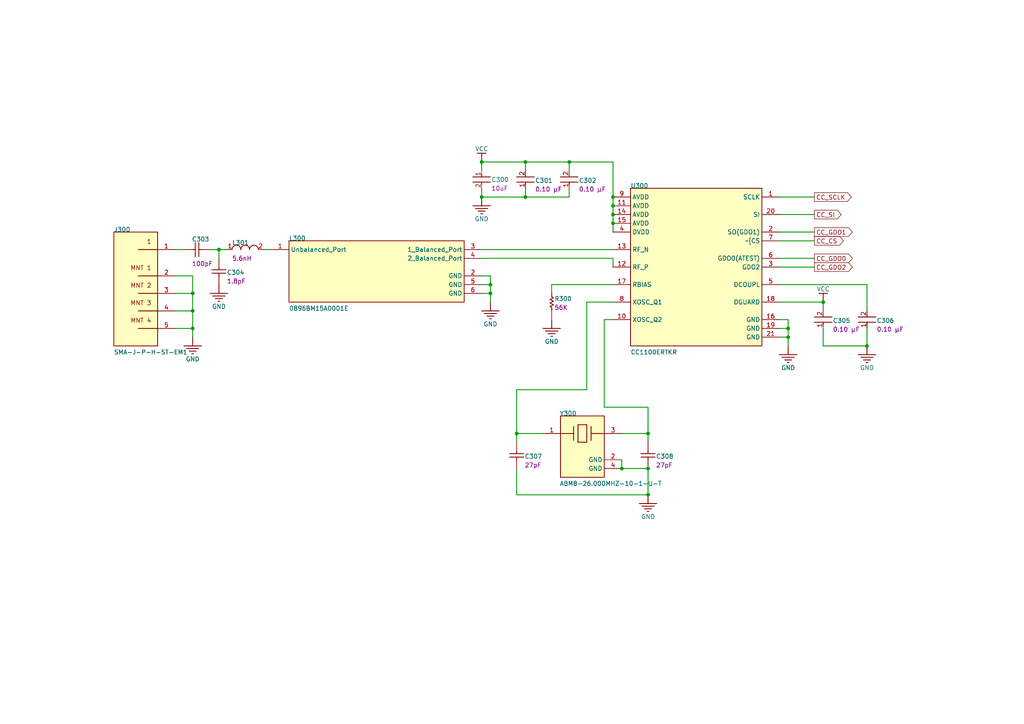
<source format=kicad_sch>
(kicad_sch (version 20211123) (generator eeschema)

  (uuid e72e15df-84ed-4529-a6c2-5d0a132e675f)

  (paper "A4")

  (title_block
    (title "CC1101")
    (date "2022-08-09")
    (rev "1.0")
    (comment 1 "DRAFT")
  )

  (lib_symbols
    (symbol "3-CC1101-altium-import:0_1fec8d0ed2d0dbd850c17085aacec45" (in_bom yes) (on_board yes)
      (property "Reference" "" (id 0) (at 0 0 0)
        (effects (font (size 1.27 1.27)))
      )
      (property "Value" "0_1fec8d0ed2d0dbd850c17085aacec45" (id 1) (at 0 0 0)
        (effects (font (size 1.27 1.27)))
      )
      (property "Footprint" "" (id 2) (at 0 0 0)
        (effects (font (size 1.27 1.27)) hide)
      )
      (property "Datasheet" "" (id 3) (at 0 0 0)
        (effects (font (size 1.27 1.27)) hide)
      )
      (property "ki_description" "IC RF TXRX ISM<1GHZ 20VFQFN" (id 4) (at 0 0 0)
        (effects (font (size 1.27 1.27)) hide)
      )
      (property "ki_fp_filters" "FP-RTK0020B-MFG" (id 5) (at 0 0 0)
        (effects (font (size 1.27 1.27)) hide)
      )
      (symbol "0_1fec8d0ed2d0dbd850c17085aacec45_1_0"
        (rectangle (start 43.18 2.54) (end 5.08 -43.18)
          (stroke (width 0.254) (type default) (color 0 0 0 0))
          (fill (type background))
        )
        (pin input line (at 48.26 0 180) (length 5.08)
          (name "SCLK" (effects (font (size 1.27 1.27))))
          (number "1" (effects (font (size 1.27 1.27))))
        )
        (pin passive line (at 0 -35.56 0) (length 5.08)
          (name "XOSC_Q2" (effects (font (size 1.27 1.27))))
          (number "10" (effects (font (size 1.27 1.27))))
        )
        (pin power_in line (at 0 -2.54 0) (length 5.08)
          (name "AVDD" (effects (font (size 1.27 1.27))))
          (number "11" (effects (font (size 1.27 1.27))))
        )
        (pin power_in line (at 0 -20.32 0) (length 5.08)
          (name "RF_P" (effects (font (size 1.27 1.27))))
          (number "12" (effects (font (size 1.27 1.27))))
        )
        (pin power_in line (at 0 -15.24 0) (length 5.08)
          (name "RF_N" (effects (font (size 1.27 1.27))))
          (number "13" (effects (font (size 1.27 1.27))))
        )
        (pin power_in line (at 0 -5.08 0) (length 5.08)
          (name "AVDD" (effects (font (size 1.27 1.27))))
          (number "14" (effects (font (size 1.27 1.27))))
        )
        (pin power_in line (at 0 -7.62 0) (length 5.08)
          (name "AVDD" (effects (font (size 1.27 1.27))))
          (number "15" (effects (font (size 1.27 1.27))))
        )
        (pin power_in line (at 48.26 -35.56 180) (length 5.08)
          (name "GND" (effects (font (size 1.27 1.27))))
          (number "16" (effects (font (size 1.27 1.27))))
        )
        (pin passive line (at 0 -25.4 0) (length 5.08)
          (name "RBIAS" (effects (font (size 1.27 1.27))))
          (number "17" (effects (font (size 1.27 1.27))))
        )
        (pin passive line (at 48.26 -30.48 180) (length 5.08)
          (name "DGUARD" (effects (font (size 1.27 1.27))))
          (number "18" (effects (font (size 1.27 1.27))))
        )
        (pin power_in line (at 48.26 -38.1 180) (length 5.08)
          (name "GND" (effects (font (size 1.27 1.27))))
          (number "19" (effects (font (size 1.27 1.27))))
        )
        (pin output line (at 48.26 -10.16 180) (length 5.08)
          (name "SO(GDO1)" (effects (font (size 1.27 1.27))))
          (number "2" (effects (font (size 1.27 1.27))))
        )
        (pin input line (at 48.26 -5.08 180) (length 5.08)
          (name "SI" (effects (font (size 1.27 1.27))))
          (number "20" (effects (font (size 1.27 1.27))))
        )
        (pin power_in line (at 48.26 -40.64 180) (length 5.08)
          (name "GND" (effects (font (size 1.27 1.27))))
          (number "21" (effects (font (size 1.27 1.27))))
        )
        (pin output line (at 48.26 -20.32 180) (length 5.08)
          (name "GDO2" (effects (font (size 1.27 1.27))))
          (number "3" (effects (font (size 1.27 1.27))))
        )
        (pin power_in line (at 0 -10.16 0) (length 5.08)
          (name "DVDD" (effects (font (size 1.27 1.27))))
          (number "4" (effects (font (size 1.27 1.27))))
        )
        (pin input line (at 48.26 -25.4 180) (length 5.08)
          (name "DCOUPL" (effects (font (size 1.27 1.27))))
          (number "5" (effects (font (size 1.27 1.27))))
        )
        (pin output line (at 48.26 -17.78 180) (length 5.08)
          (name "GDO0(ATEST)" (effects (font (size 1.27 1.27))))
          (number "6" (effects (font (size 1.27 1.27))))
        )
        (pin power_in line (at 48.26 -12.7 180) (length 5.08)
          (name "~{CS" (effects (font (size 1.27 1.27))))
          (number "7" (effects (font (size 1.27 1.27))))
        )
        (pin passive line (at 0 -30.48 0) (length 5.08)
          (name "XOSC_Q1" (effects (font (size 1.27 1.27))))
          (number "8" (effects (font (size 1.27 1.27))))
        )
        (pin power_in line (at 0 0 0) (length 5.08)
          (name "AVDD" (effects (font (size 1.27 1.27))))
          (number "9" (effects (font (size 1.27 1.27))))
        )
      )
    )
    (symbol "3-CC1101-altium-import:0_4cc4b267dca4c8e51f7102f422741d8" (in_bom yes) (on_board yes)
      (property "Reference" "" (id 0) (at 0 0 0)
        (effects (font (size 1.27 1.27)))
      )
      (property "Value" "0_4cc4b267dca4c8e51f7102f422741d8" (id 1) (at 0 0 0)
        (effects (font (size 1.27 1.27)))
      )
      (property "Footprint" "" (id 2) (at 0 0 0)
        (effects (font (size 1.27 1.27)) hide)
      )
      (property "Datasheet" "" (id 3) (at 0 0 0)
        (effects (font (size 1.27 1.27)) hide)
      )
      (property "ki_description" "Multilayer type RF Inductor 5.6nH ±0.3nH 0.18Ω 600mA 0402" (id 4) (at 0 0 0)
        (effects (font (size 1.27 1.27)) hide)
      )
      (property "ki_fp_filters" "FP-LQG15HH_02-IPC_A" (id 5) (at 0 0 0)
        (effects (font (size 1.27 1.27)) hide)
      )
      (symbol "0_4cc4b267dca4c8e51f7102f422741d8_1_0"
        (arc (start 3.81 0) (mid 2.54 1.27) (end 1.27 0)
          (stroke (width 0.254) (type default) (color 0 0 0 0))
          (fill (type none))
        )
        (arc (start 6.35 0) (mid 5.08 1.27) (end 3.81 0)
          (stroke (width 0.254) (type default) (color 0 0 0 0))
          (fill (type none))
        )
        (arc (start 8.89 0) (mid 7.62 1.27) (end 6.35 0)
          (stroke (width 0.254) (type default) (color 0 0 0 0))
          (fill (type none))
        )
        (pin passive line (at 0 0 0) (length 1.27)
          (name "1" (effects (font (size 0 0))))
          (number "1" (effects (font (size 1.27 1.27))))
        )
        (pin passive line (at 10.16 0 180) (length 1.27)
          (name "2" (effects (font (size 0 0))))
          (number "2" (effects (font (size 1.27 1.27))))
        )
      )
    )
    (symbol "3-CC1101-altium-import:0_CAP" (in_bom yes) (on_board yes)
      (property "Reference" "" (id 0) (at 0 0 0)
        (effects (font (size 1.27 1.27)))
      )
      (property "Value" "0_CAP" (id 1) (at 0 0 0)
        (effects (font (size 1.27 1.27)))
      )
      (property "Footprint" "" (id 2) (at 0 0 0)
        (effects (font (size 1.27 1.27)) hide)
      )
      (property "Datasheet" "" (id 3) (at 0 0 0)
        (effects (font (size 1.27 1.27)) hide)
      )
      (property "ki_fp_filters" "CAPC1005X55X25ML05T10" (id 4) (at 0 0 0)
        (effects (font (size 1.27 1.27)) hide)
      )
      (symbol "0_CAP_1_0"
        (polyline
          (pts
            (xy 0 -2.54)
            (xy 0.762 -2.54)
          )
          (stroke (width 0.254) (type default) (color 0 0 0 0))
          (fill (type none))
        )
        (polyline
          (pts
            (xy 0.762 -4.572)
            (xy 0.762 -0.508)
          )
          (stroke (width 0.254) (type default) (color 0 0 0 0))
          (fill (type none))
        )
        (polyline
          (pts
            (xy 1.778 -0.508)
            (xy 1.778 -4.572)
          )
          (stroke (width 0.254) (type default) (color 0 0 0 0))
          (fill (type none))
        )
        (polyline
          (pts
            (xy 2.54 -2.54)
            (xy 1.778 -2.54)
          )
          (stroke (width 0.254) (type default) (color 0 0 0 0))
          (fill (type none))
        )
        (pin passive line (at -2.54 -2.54 0) (length 2.54)
          (name "1" (effects (font (size 0 0))))
          (number "1" (effects (font (size 0 0))))
        )
        (pin passive line (at 5.08 -2.54 180) (length 2.54)
          (name "2" (effects (font (size 0 0))))
          (number "2" (effects (font (size 0 0))))
        )
      )
    )
    (symbol "3-CC1101-altium-import:0_b4654b650e69147ec39a6b967a45e02" (in_bom yes) (on_board yes)
      (property "Reference" "" (id 0) (at 0 0 0)
        (effects (font (size 1.27 1.27)))
      )
      (property "Value" "0_b4654b650e69147ec39a6b967a45e02" (id 1) (at 0 0 0)
        (effects (font (size 1.27 1.27)))
      )
      (property "Footprint" "" (id 2) (at 0 0 0)
        (effects (font (size 1.27 1.27)) hide)
      )
      (property "Datasheet" "" (id 3) (at 0 0 0)
        (effects (font (size 1.27 1.27)) hide)
      )
      (property "ki_description" "Chip Multilayer Ceramic Capacitors for General Purpose, 0805, 10uF, X5R, 15%, 10%, 25V" (id 4) (at 0 0 0)
        (effects (font (size 1.27 1.27)) hide)
      )
      (property "ki_fp_filters" "FP-GRM21B-0_15-IPC_C" (id 5) (at 0 0 0)
        (effects (font (size 1.27 1.27)) hide)
      )
      (symbol "0_b4654b650e69147ec39a6b967a45e02_1_0"
        (polyline
          (pts
            (xy 0 -3.556)
            (xy 0 -3.81)
          )
          (stroke (width 0.254) (type default) (color 0 0 0 0))
          (fill (type none))
        )
        (polyline
          (pts
            (xy 0 -1.778)
            (xy 0 -1.016)
          )
          (stroke (width 0.254) (type default) (color 0 0 0 0))
          (fill (type none))
        )
        (polyline
          (pts
            (xy 2.54 -3.302)
            (xy -2.54 -3.302)
          )
          (stroke (width 0.254) (type default) (color 0 0 0 0))
          (fill (type none))
        )
        (polyline
          (pts
            (xy 2.54 -1.778)
            (xy -2.54 -1.778)
          )
          (stroke (width 0.254) (type default) (color 0 0 0 0))
          (fill (type none))
        )
        (pin passive line (at 0 0 270) (length 1.778)
          (name "1" (effects (font (size 0 0))))
          (number "1" (effects (font (size 1.27 1.27))))
        )
        (pin passive line (at 0 -5.08 90) (length 1.524)
          (name "2" (effects (font (size 0 0))))
          (number "2" (effects (font (size 1.27 1.27))))
        )
      )
    )
    (symbol "3-CC1101-altium-import:0_c65b8a639cdaef1819ea20b5466f8fa" (in_bom yes) (on_board yes)
      (property "Reference" "" (id 0) (at 0 0 0)
        (effects (font (size 1.27 1.27)))
      )
      (property "Value" "0_c65b8a639cdaef1819ea20b5466f8fa" (id 1) (at 0 0 0)
        (effects (font (size 1.27 1.27)))
      )
      (property "Footprint" "" (id 2) (at 0 0 0)
        (effects (font (size 1.27 1.27)) hide)
      )
      (property "Datasheet" "" (id 3) (at 0 0 0)
        (effects (font (size 1.27 1.27)) hide)
      )
      (property "ki_description" "CONN SMA JACK STR 50OHM EDGE MNT" (id 4) (at 0 0 0)
        (effects (font (size 1.27 1.27)) hide)
      )
      (property "ki_fp_filters" "FP-SMA-J-P-H-ST-EM1-MFG" (id 5) (at 0 0 0)
        (effects (font (size 1.27 1.27)) hide)
      )
      (symbol "0_c65b8a639cdaef1819ea20b5466f8fa_1_0"
        (rectangle (start -5.08 5.08) (end -17.78 -27.94)
          (stroke (width 0.254) (type default) (color 0 0 0 0))
          (fill (type background))
        )
        (polyline
          (pts
            (xy -10.668 -22.86)
            (xy -5.08 -22.86)
          )
          (stroke (width 0.254) (type default) (color 0 0 0 0))
          (fill (type none))
        )
        (polyline
          (pts
            (xy -10.668 -17.78)
            (xy -5.08 -17.78)
          )
          (stroke (width 0.254) (type default) (color 0 0 0 0))
          (fill (type none))
        )
        (polyline
          (pts
            (xy -10.668 -12.7)
            (xy -5.08 -12.7)
          )
          (stroke (width 0.254) (type default) (color 0 0 0 0))
          (fill (type none))
        )
        (polyline
          (pts
            (xy -10.668 -7.62)
            (xy -5.08 -7.62)
          )
          (stroke (width 0.254) (type default) (color 0 0 0 0))
          (fill (type none))
        )
        (polyline
          (pts
            (xy -10.668 0)
            (xy -5.08 0)
          )
          (stroke (width 0.254) (type default) (color 0 0 0 0))
          (fill (type none))
        )
        (text "1" (at -6.858 3.048 0)
          (effects (font (size 1.27 1.27)) (justify right top))
        )
        (text "MNT 1" (at -6.858 -4.572 0)
          (effects (font (size 1.27 1.27)) (justify right top))
        )
        (text "MNT 2" (at -6.858 -9.652 0)
          (effects (font (size 1.27 1.27)) (justify right top))
        )
        (text "MNT 3" (at -6.858 -14.732 0)
          (effects (font (size 1.27 1.27)) (justify right top))
        )
        (text "MNT 4" (at -6.858 -19.812 0)
          (effects (font (size 1.27 1.27)) (justify right top))
        )
        (pin passive line (at 0 0 180) (length 5.08)
          (name "1" (effects (font (size 0 0))))
          (number "1" (effects (font (size 1.27 1.27))))
        )
        (pin passive line (at 0 -7.62 180) (length 5.08)
          (name "MNT_1" (effects (font (size 0 0))))
          (number "2" (effects (font (size 1.27 1.27))))
        )
        (pin passive line (at 0 -12.7 180) (length 5.08)
          (name "MNT_2" (effects (font (size 0 0))))
          (number "3" (effects (font (size 1.27 1.27))))
        )
        (pin passive line (at 0 -17.78 180) (length 5.08)
          (name "MNT_3" (effects (font (size 0 0))))
          (number "4" (effects (font (size 1.27 1.27))))
        )
        (pin passive line (at 0 -22.86 180) (length 5.08)
          (name "MNT_4" (effects (font (size 0 0))))
          (number "5" (effects (font (size 1.27 1.27))))
        )
      )
    )
    (symbol "3-CC1101-altium-import:0_df7f5d2635bbbd520ec9f3e19ed8cb8" (in_bom yes) (on_board yes)
      (property "Reference" "" (id 0) (at 0 0 0)
        (effects (font (size 1.27 1.27)))
      )
      (property "Value" "0_df7f5d2635bbbd520ec9f3e19ed8cb8" (id 1) (at 0 0 0)
        (effects (font (size 1.27 1.27)))
      )
      (property "Footprint" "" (id 2) (at 0 0 0)
        (effects (font (size 1.27 1.27)) hide)
      )
      (property "Datasheet" "" (id 3) (at 0 0 0)
        (effects (font (size 1.27 1.27)) hide)
      )
      (property "ki_description" "BALUN 863MHZ-928MHZ 0805" (id 4) (at 0 0 0)
        (effects (font (size 1.27 1.27)) hide)
      )
      (property "ki_fp_filters" "FP-0896BM15A0001E-MFG" (id 5) (at 0 0 0)
        (effects (font (size 1.27 1.27)) hide)
      )
      (symbol "0_df7f5d2635bbbd520ec9f3e19ed8cb8_1_0"
        (rectangle (start 55.88 2.54) (end 5.08 -15.24)
          (stroke (width 0.254) (type default) (color 0 0 0 0))
          (fill (type background))
        )
        (pin passive line (at 0 0 0) (length 5.08)
          (name "Unbalanced_Port" (effects (font (size 1.27 1.27))))
          (number "1" (effects (font (size 1.27 1.27))))
        )
        (pin power_in line (at 60.96 -7.62 180) (length 5.08)
          (name "GND" (effects (font (size 1.27 1.27))))
          (number "2" (effects (font (size 1.27 1.27))))
        )
        (pin passive line (at 60.96 0 180) (length 5.08)
          (name "1_Balanced_Port" (effects (font (size 1.27 1.27))))
          (number "3" (effects (font (size 1.27 1.27))))
        )
        (pin passive line (at 60.96 -2.54 180) (length 5.08)
          (name "2_Balanced_Port" (effects (font (size 1.27 1.27))))
          (number "4" (effects (font (size 1.27 1.27))))
        )
        (pin power_in line (at 60.96 -10.16 180) (length 5.08)
          (name "GND" (effects (font (size 1.27 1.27))))
          (number "5" (effects (font (size 1.27 1.27))))
        )
        (pin power_in line (at 60.96 -12.7 180) (length 5.08)
          (name "GND" (effects (font (size 1.27 1.27))))
          (number "6" (effects (font (size 1.27 1.27))))
        )
      )
    )
    (symbol "3-CC1101-altium-import:0_dfdb7f9a12507849fb681da9a70121c" (in_bom yes) (on_board yes)
      (property "Reference" "" (id 0) (at 0 0 0)
        (effects (font (size 1.27 1.27)))
      )
      (property "Value" "0_dfdb7f9a12507849fb681da9a70121c" (id 1) (at 0 0 0)
        (effects (font (size 1.27 1.27)))
      )
      (property "Footprint" "" (id 2) (at 0 0 0)
        (effects (font (size 1.27 1.27)) hide)
      )
      (property "Datasheet" "" (id 3) (at 0 0 0)
        (effects (font (size 1.27 1.27)) hide)
      )
      (property "ki_description" "Crystal 26MHz ±10ppm 10pF SMD-4 3.2mm x 2.5mm" (id 4) (at 0 0 0)
        (effects (font (size 1.27 1.27)) hide)
      )
      (property "ki_fp_filters" "FP-ABM8-MFG" (id 5) (at 0 0 0)
        (effects (font (size 1.27 1.27)) hide)
      )
      (symbol "0_dfdb7f9a12507849fb681da9a70121c_1_0"
        (polyline
          (pts
            (xy 8.89 0)
            (xy 5.08 0)
          )
          (stroke (width 0.254) (type default) (color 0 0 0 0))
          (fill (type none))
        )
        (polyline
          (pts
            (xy 8.89 2.032)
            (xy 8.89 -2.032)
          )
          (stroke (width 0.254) (type default) (color 0 0 0 0))
          (fill (type none))
        )
        (polyline
          (pts
            (xy 10.16 2.54)
            (xy 10.16 -2.54)
          )
          (stroke (width 0.254) (type default) (color 0 0 0 0))
          (fill (type none))
        )
        (polyline
          (pts
            (xy 10.16 2.54)
            (xy 12.7 2.54)
          )
          (stroke (width 0.254) (type default) (color 0 0 0 0))
          (fill (type none))
        )
        (polyline
          (pts
            (xy 12.7 -2.54)
            (xy 10.16 -2.54)
          )
          (stroke (width 0.254) (type default) (color 0 0 0 0))
          (fill (type none))
        )
        (polyline
          (pts
            (xy 12.7 2.54)
            (xy 12.7 -2.54)
          )
          (stroke (width 0.254) (type default) (color 0 0 0 0))
          (fill (type none))
        )
        (polyline
          (pts
            (xy 13.97 2.032)
            (xy 13.97 -2.032)
          )
          (stroke (width 0.254) (type default) (color 0 0 0 0))
          (fill (type none))
        )
        (polyline
          (pts
            (xy 14.224 0)
            (xy 17.78 0)
          )
          (stroke (width 0.254) (type default) (color 0 0 0 0))
          (fill (type none))
        )
        (rectangle (start 17.78 5.08) (end 5.08 -12.7)
          (stroke (width 0.254) (type default) (color 0 0 0 0))
          (fill (type background))
        )
        (pin passive line (at 0 0 0) (length 5.08)
          (name "1" (effects (font (size 0 0))))
          (number "1" (effects (font (size 1.27 1.27))))
        )
        (pin power_in line (at 22.86 -7.62 180) (length 5.08)
          (name "GND" (effects (font (size 1.27 1.27))))
          (number "2" (effects (font (size 1.27 1.27))))
        )
        (pin passive line (at 22.86 0 180) (length 5.08)
          (name "3" (effects (font (size 0 0))))
          (number "3" (effects (font (size 1.27 1.27))))
        )
        (pin power_in line (at 22.86 -10.16 180) (length 5.08)
          (name "GND" (effects (font (size 1.27 1.27))))
          (number "4" (effects (font (size 1.27 1.27))))
        )
      )
    )
    (symbol "3-CC1101-altium-import:1_CAP" (in_bom yes) (on_board yes)
      (property "Reference" "" (id 0) (at 0 0 0)
        (effects (font (size 1.27 1.27)))
      )
      (property "Value" "1_CAP" (id 1) (at 0 0 0)
        (effects (font (size 1.27 1.27)))
      )
      (property "Footprint" "" (id 2) (at 0 0 0)
        (effects (font (size 1.27 1.27)) hide)
      )
      (property "Datasheet" "" (id 3) (at 0 0 0)
        (effects (font (size 1.27 1.27)) hide)
      )
      (property "ki_fp_filters" "CAPC1005X55X25LL05T10" (id 4) (at 0 0 0)
        (effects (font (size 1.27 1.27)) hide)
      )
      (symbol "1_CAP_1_0"
        (polyline
          (pts
            (xy 0.508 1.778)
            (xy 4.572 1.778)
          )
          (stroke (width 0.254) (type default) (color 0 0 0 0))
          (fill (type none))
        )
        (polyline
          (pts
            (xy 2.54 0)
            (xy 2.54 0.762)
          )
          (stroke (width 0.254) (type default) (color 0 0 0 0))
          (fill (type none))
        )
        (polyline
          (pts
            (xy 2.54 2.54)
            (xy 2.54 1.778)
          )
          (stroke (width 0.254) (type default) (color 0 0 0 0))
          (fill (type none))
        )
        (polyline
          (pts
            (xy 4.572 0.762)
            (xy 0.508 0.762)
          )
          (stroke (width 0.254) (type default) (color 0 0 0 0))
          (fill (type none))
        )
        (pin passive line (at 2.54 -2.54 90) (length 2.54)
          (name "1" (effects (font (size 0 0))))
          (number "1" (effects (font (size 0 0))))
        )
        (pin passive line (at 2.54 5.08 270) (length 2.54)
          (name "2" (effects (font (size 0 0))))
          (number "2" (effects (font (size 0 0))))
        )
      )
    )
    (symbol "3-CC1101-altium-import:2_b4654b650e69147ec39a6b967a45e02" (in_bom yes) (on_board yes)
      (property "Reference" "" (id 0) (at 0 0 0)
        (effects (font (size 1.27 1.27)))
      )
      (property "Value" "2_b4654b650e69147ec39a6b967a45e02" (id 1) (at 0 0 0)
        (effects (font (size 1.27 1.27)))
      )
      (property "Footprint" "" (id 2) (at 0 0 0)
        (effects (font (size 1.27 1.27)) hide)
      )
      (property "Datasheet" "" (id 3) (at 0 0 0)
        (effects (font (size 1.27 1.27)) hide)
      )
      (property "ki_description" "CAP CER 0.1UF 50V X7R 0805" (id 4) (at 0 0 0)
        (effects (font (size 1.27 1.27)) hide)
      )
      (property "ki_fp_filters" "FP-C0805C-DN-MFG" (id 5) (at 0 0 0)
        (effects (font (size 1.27 1.27)) hide)
      )
      (symbol "2_b4654b650e69147ec39a6b967a45e02_1_0"
        (polyline
          (pts
            (xy -2.54 1.778)
            (xy 2.54 1.778)
          )
          (stroke (width 0.254) (type default) (color 0 0 0 0))
          (fill (type none))
        )
        (polyline
          (pts
            (xy -2.54 3.302)
            (xy 2.54 3.302)
          )
          (stroke (width 0.254) (type default) (color 0 0 0 0))
          (fill (type none))
        )
        (polyline
          (pts
            (xy 0 1.778)
            (xy 0 1.016)
          )
          (stroke (width 0.254) (type default) (color 0 0 0 0))
          (fill (type none))
        )
        (polyline
          (pts
            (xy 0 3.556)
            (xy 0 3.81)
          )
          (stroke (width 0.254) (type default) (color 0 0 0 0))
          (fill (type none))
        )
        (pin passive line (at 0 0 90) (length 1.778)
          (name "1" (effects (font (size 0 0))))
          (number "1" (effects (font (size 1.27 1.27))))
        )
        (pin passive line (at 0 5.08 270) (length 1.524)
          (name "2" (effects (font (size 0 0))))
          (number "2" (effects (font (size 1.27 1.27))))
        )
      )
    )
    (symbol "3-CC1101-altium-import:3_RES" (in_bom yes) (on_board yes)
      (property "Reference" "" (id 0) (at 0 0 0)
        (effects (font (size 1.27 1.27)))
      )
      (property "Value" "3_RES" (id 1) (at 0 0 0)
        (effects (font (size 1.27 1.27)))
      )
      (property "Footprint" "" (id 2) (at 0 0 0)
        (effects (font (size 1.27 1.27)) hide)
      )
      (property "Datasheet" "" (id 3) (at 0 0 0)
        (effects (font (size 1.27 1.27)) hide)
      )
      (property "ki_fp_filters" "RESC1005X40X25LL05T05" (id 4) (at 0 0 0)
        (effects (font (size 1.27 1.27)) hide)
      )
      (symbol "3_RES_1_0"
        (polyline
          (pts
            (xy -2.54 -5.08)
            (xy -2.54 -4.064)
            (xy -3.048 -3.81)
            (xy -2.032 -3.302)
            (xy -3.048 -2.794)
            (xy -2.032 -2.286)
            (xy -3.048 -1.778)
            (xy -2.032 -1.27)
            (xy -2.54 -1.016)
            (xy -2.54 0)
          )
          (stroke (width 0.254) (type default) (color 0 0 0 0))
          (fill (type none))
        )
        (pin passive line (at -2.54 2.54 270) (length 2.54)
          (name "1" (effects (font (size 0 0))))
          (number "1" (effects (font (size 0 0))))
        )
        (pin passive line (at -2.54 -7.62 90) (length 2.54)
          (name "2" (effects (font (size 0 0))))
          (number "2" (effects (font (size 0 0))))
        )
      )
    )
    (symbol "3-CC1101-altium-import:GND" (power) (in_bom yes) (on_board yes)
      (property "Reference" "#PWR" (id 0) (at 0 0 0)
        (effects (font (size 1.27 1.27)))
      )
      (property "Value" "GND" (id 1) (at 0 6.35 0)
        (effects (font (size 1.27 1.27)))
      )
      (property "Footprint" "" (id 2) (at 0 0 0)
        (effects (font (size 1.27 1.27)) hide)
      )
      (property "Datasheet" "" (id 3) (at 0 0 0)
        (effects (font (size 1.27 1.27)) hide)
      )
      (property "ki_keywords" "power-flag" (id 4) (at 0 0 0)
        (effects (font (size 1.27 1.27)) hide)
      )
      (property "ki_description" "Power symbol creates a global label with name 'GND'" (id 5) (at 0 0 0)
        (effects (font (size 1.27 1.27)) hide)
      )
      (symbol "GND_0_0"
        (polyline
          (pts
            (xy -2.54 -2.54)
            (xy 2.54 -2.54)
          )
          (stroke (width 0.254) (type default) (color 0 0 0 0))
          (fill (type none))
        )
        (polyline
          (pts
            (xy -1.778 -3.302)
            (xy 1.778 -3.302)
          )
          (stroke (width 0.254) (type default) (color 0 0 0 0))
          (fill (type none))
        )
        (polyline
          (pts
            (xy -1.016 -4.064)
            (xy 1.016 -4.064)
          )
          (stroke (width 0.254) (type default) (color 0 0 0 0))
          (fill (type none))
        )
        (polyline
          (pts
            (xy -0.254 -4.826)
            (xy 0.254 -4.826)
          )
          (stroke (width 0.254) (type default) (color 0 0 0 0))
          (fill (type none))
        )
        (polyline
          (pts
            (xy 0 0)
            (xy 0 -2.54)
          )
          (stroke (width 0.254) (type default) (color 0 0 0 0))
          (fill (type none))
        )
        (pin power_in line (at 0 0 0) (length 0) hide
          (name "GND" (effects (font (size 1.27 1.27))))
          (number "" (effects (font (size 1.27 1.27))))
        )
      )
    )
    (symbol "3-CC1101-altium-import:VCC" (power) (in_bom yes) (on_board yes)
      (property "Reference" "#PWR" (id 0) (at 0 0 0)
        (effects (font (size 1.27 1.27)))
      )
      (property "Value" "VCC" (id 1) (at 0 3.81 0)
        (effects (font (size 1.27 1.27)))
      )
      (property "Footprint" "" (id 2) (at 0 0 0)
        (effects (font (size 1.27 1.27)) hide)
      )
      (property "Datasheet" "" (id 3) (at 0 0 0)
        (effects (font (size 1.27 1.27)) hide)
      )
      (property "ki_keywords" "power-flag" (id 4) (at 0 0 0)
        (effects (font (size 1.27 1.27)) hide)
      )
      (property "ki_description" "Power symbol creates a global label with name 'VCC'" (id 5) (at 0 0 0)
        (effects (font (size 1.27 1.27)) hide)
      )
      (symbol "VCC_0_0"
        (polyline
          (pts
            (xy -1.27 -2.54)
            (xy 1.27 -2.54)
          )
          (stroke (width 0.254) (type default) (color 0 0 0 0))
          (fill (type none))
        )
        (polyline
          (pts
            (xy 0 0)
            (xy 0 -2.54)
          )
          (stroke (width 0.254) (type default) (color 0 0 0 0))
          (fill (type none))
        )
        (pin power_in line (at 0 0 0) (length 0) hide
          (name "VCC" (effects (font (size 1.27 1.27))))
          (number "" (effects (font (size 1.27 1.27))))
        )
      )
    )
  )

  (junction (at 187.96 125.73) (diameter 0) (color 0 0 0 0)
    (uuid 018de077-e436-4042-97b3-0644fbc9f6bf)
  )
  (junction (at 55.88 85.09) (diameter 0) (color 0 0 0 0)
    (uuid 040cfbaa-dd20-45ce-864b-7bc864d37867)
  )
  (junction (at 139.7 57.15) (diameter 0) (color 0 0 0 0)
    (uuid 0c2e3c1d-05ce-4406-b72e-5f914e55906b)
  )
  (junction (at 55.88 90.17) (diameter 0) (color 0 0 0 0)
    (uuid 22d0ea0c-8cc3-4860-8480-3b8108748b1c)
  )
  (junction (at 142.24 82.55) (diameter 0) (color 0 0 0 0)
    (uuid 2d9eee77-042c-40a2-8d10-5fbfbbcb1d36)
  )
  (junction (at 187.96 143.51) (diameter 0) (color 0 0 0 0)
    (uuid 31bcc806-0645-42e4-98d3-33550b8948a5)
  )
  (junction (at 152.4 57.15) (diameter 0) (color 0 0 0 0)
    (uuid 351f108b-9049-451b-830b-e21a68b5e7cc)
  )
  (junction (at 63.5 72.39) (diameter 0) (color 0 0 0 0)
    (uuid 3b5942d6-8ddf-43ab-bd93-2a298986601c)
  )
  (junction (at 177.8 57.15) (diameter 0) (color 0 0 0 0)
    (uuid 3f466550-0231-4406-879d-08e652e19c40)
  )
  (junction (at 165.1 46.99) (diameter 0) (color 0 0 0 0)
    (uuid 475baf92-aa86-49ff-8760-ca108c8da1d1)
  )
  (junction (at 251.46 100.33) (diameter 0) (color 0 0 0 0)
    (uuid 49ecb0c4-80b6-4e47-ab2f-b85e44d28b7f)
  )
  (junction (at 228.6 95.25) (diameter 0) (color 0 0 0 0)
    (uuid 4d6fc4e5-f9da-4cec-8f76-c06f5fcc5048)
  )
  (junction (at 177.8 62.23) (diameter 0) (color 0 0 0 0)
    (uuid 6bcd31cd-743b-4c63-a441-57978a2761fa)
  )
  (junction (at 180.34 135.89) (diameter 0) (color 0 0 0 0)
    (uuid 77d582a7-3682-4c24-93bb-97eacd64b493)
  )
  (junction (at 152.4 46.99) (diameter 0) (color 0 0 0 0)
    (uuid 8f1acf99-becb-4f19-970f-558fee7b3c65)
  )
  (junction (at 187.96 135.89) (diameter 0) (color 0 0 0 0)
    (uuid 9a446724-b67f-4ea1-8e4b-3e209fde8bec)
  )
  (junction (at 139.7 46.99) (diameter 0) (color 0 0 0 0)
    (uuid a5649bf0-ea4d-4d98-b9e8-fe2f3b0bef00)
  )
  (junction (at 177.8 64.77) (diameter 0) (color 0 0 0 0)
    (uuid ab02069f-734a-4f6b-99cd-5669002f07be)
  )
  (junction (at 55.88 95.25) (diameter 0) (color 0 0 0 0)
    (uuid bd284585-e697-47a2-b427-27fabdff3727)
  )
  (junction (at 228.6 97.79) (diameter 0) (color 0 0 0 0)
    (uuid c89a775c-d886-4ce9-9f7e-086b63ad6f03)
  )
  (junction (at 177.8 59.69) (diameter 0) (color 0 0 0 0)
    (uuid d8693a1e-9f68-448f-a7ab-a74abc070197)
  )
  (junction (at 142.24 85.09) (diameter 0) (color 0 0 0 0)
    (uuid e441a161-4712-4a46-9293-2e5107b27284)
  )
  (junction (at 149.86 125.73) (diameter 0) (color 0 0 0 0)
    (uuid fcd5e49d-3803-4701-a0bc-8105a3ffad28)
  )
  (junction (at 238.76 87.63) (diameter 0) (color 0 0 0 0)
    (uuid fdbc7d6f-b5ed-417b-a006-45af60c47d15)
  )

  (wire (pts (xy 165.1 46.99) (xy 152.4 46.99))
    (stroke (width 0.254) (type default) (color 0 0 0 0))
    (uuid 044439f6-bbda-447b-baaf-55a1638aba55)
  )
  (wire (pts (xy 50.8 90.17) (xy 55.88 90.17))
    (stroke (width 0.254) (type default) (color 0 0 0 0))
    (uuid 07f3ecc4-8f1a-4b6d-bc34-d9a8eb35c66c)
  )
  (wire (pts (xy 55.88 97.79) (xy 55.88 95.25))
    (stroke (width 0.254) (type default) (color 0 0 0 0))
    (uuid 08a9427d-b3e4-4d43-8065-31cf9490596e)
  )
  (wire (pts (xy 142.24 82.55) (xy 142.24 80.01))
    (stroke (width 0.254) (type default) (color 0 0 0 0))
    (uuid 09794f85-52bd-4dd7-b35a-31f9daec7ace)
  )
  (wire (pts (xy 55.88 95.25) (xy 55.88 90.17))
    (stroke (width 0.254) (type default) (color 0 0 0 0))
    (uuid 0a9f294b-1058-48ee-8c4c-fbfa7d0d5796)
  )
  (wire (pts (xy 55.88 95.25) (xy 50.8 95.25))
    (stroke (width 0.254) (type default) (color 0 0 0 0))
    (uuid 0bd85a27-4448-4200-9d01-0c0d991c45e0)
  )
  (wire (pts (xy 55.88 85.09) (xy 55.88 80.01))
    (stroke (width 0.254) (type default) (color 0 0 0 0))
    (uuid 0e037fa3-8966-48aa-910d-33a2e13cb692)
  )
  (wire (pts (xy 180.34 135.89) (xy 187.96 135.89))
    (stroke (width 0.254) (type default) (color 0 0 0 0))
    (uuid 1667c4be-73e3-45c3-b7a1-6b961167ee28)
  )
  (wire (pts (xy 187.96 118.11) (xy 187.96 125.73))
    (stroke (width 0.254) (type default) (color 0 0 0 0))
    (uuid 21b18909-96fb-4bd3-9913-3fe8e3d27883)
  )
  (wire (pts (xy 187.96 143.51) (xy 149.86 143.51))
    (stroke (width 0.254) (type default) (color 0 0 0 0))
    (uuid 22a68952-7a0c-46a9-be11-4170bd46c0bb)
  )
  (wire (pts (xy 139.7 46.99) (xy 139.7 49.53))
    (stroke (width 0.254) (type default) (color 0 0 0 0))
    (uuid 276ea591-fc85-499d-b8ee-e187962ff18e)
  )
  (wire (pts (xy 139.7 57.15) (xy 139.7 54.61))
    (stroke (width 0.254) (type default) (color 0 0 0 0))
    (uuid 28d8c3e4-5084-4c1f-a6bb-37e8fdb4a2f5)
  )
  (wire (pts (xy 149.86 125.73) (xy 149.86 113.03))
    (stroke (width 0.254) (type default) (color 0 0 0 0))
    (uuid 2cbc62d6-6d45-4fe5-80fd-e03c6b95241b)
  )
  (wire (pts (xy 228.6 100.33) (xy 228.6 97.79))
    (stroke (width 0.254) (type default) (color 0 0 0 0))
    (uuid 3186056f-18ef-4dac-9f94-e93888dbc3d1)
  )
  (wire (pts (xy 236.22 67.31) (xy 226.06 67.31))
    (stroke (width 0.254) (type default) (color 0 0 0 0))
    (uuid 32a89e2b-ba6b-44c7-bfaa-9d0e8b50d5ff)
  )
  (wire (pts (xy 177.8 57.15) (xy 177.8 46.99))
    (stroke (width 0.254) (type default) (color 0 0 0 0))
    (uuid 38a4e55e-7c7b-4709-8ff7-9082b4c7170a)
  )
  (wire (pts (xy 177.8 92.71) (xy 175.26 92.71))
    (stroke (width 0.254) (type default) (color 0 0 0 0))
    (uuid 3a9b2b90-1257-4415-af0b-3f1fcb9721c0)
  )
  (wire (pts (xy 177.8 77.47) (xy 177.8 74.93))
    (stroke (width 0.254) (type default) (color 0 0 0 0))
    (uuid 3b88dce7-de57-4717-bc90-4996e086df7b)
  )
  (wire (pts (xy 142.24 85.09) (xy 142.24 82.55))
    (stroke (width 0.254) (type default) (color 0 0 0 0))
    (uuid 42367782-018b-4bed-9ffe-e469e0ab6849)
  )
  (wire (pts (xy 177.8 64.77) (xy 177.8 62.23))
    (stroke (width 0.254) (type default) (color 0 0 0 0))
    (uuid 42889478-5e4a-4fd3-8a7c-b1c03e0db15c)
  )
  (wire (pts (xy 238.76 100.33) (xy 251.46 100.33))
    (stroke (width 0.254) (type default) (color 0 0 0 0))
    (uuid 4305a2c9-6c44-472e-b143-82798e324d32)
  )
  (wire (pts (xy 165.1 54.61) (xy 165.1 57.15))
    (stroke (width 0.254) (type default) (color 0 0 0 0))
    (uuid 46687c7f-80fa-4bde-8adc-d2c25c0c2633)
  )
  (wire (pts (xy 180.34 125.73) (xy 187.96 125.73))
    (stroke (width 0.254) (type default) (color 0 0 0 0))
    (uuid 467db78c-d2f1-44b1-87c8-701662e9a95c)
  )
  (wire (pts (xy 160.02 82.55) (xy 177.8 82.55))
    (stroke (width 0.254) (type default) (color 0 0 0 0))
    (uuid 4c648861-744e-4e18-8b2e-39db3637da1f)
  )
  (wire (pts (xy 228.6 97.79) (xy 228.6 95.25))
    (stroke (width 0.254) (type default) (color 0 0 0 0))
    (uuid 4c761c9b-3c86-4ed1-83b6-053e81dd43a3)
  )
  (wire (pts (xy 152.4 49.53) (xy 152.4 46.99))
    (stroke (width 0.254) (type default) (color 0 0 0 0))
    (uuid 4db72eb1-e9a9-46e2-b4b4-4c2fa61b3a66)
  )
  (wire (pts (xy 228.6 92.71) (xy 226.06 92.71))
    (stroke (width 0.254) (type default) (color 0 0 0 0))
    (uuid 4e557ebf-5145-4d6b-8bd0-c6b2a4ea23d1)
  )
  (wire (pts (xy 139.7 72.39) (xy 177.8 72.39))
    (stroke (width 0.254) (type default) (color 0 0 0 0))
    (uuid 54ff202f-7670-4a84-bde2-843358ecd148)
  )
  (wire (pts (xy 177.8 67.31) (xy 177.8 64.77))
    (stroke (width 0.254) (type default) (color 0 0 0 0))
    (uuid 57846c10-5109-4144-901b-62e3729911f0)
  )
  (wire (pts (xy 238.76 87.63) (xy 226.06 87.63))
    (stroke (width 0.254) (type default) (color 0 0 0 0))
    (uuid 582657ee-89e3-449c-86ee-d89160945af3)
  )
  (wire (pts (xy 149.86 125.73) (xy 157.48 125.73))
    (stroke (width 0.254) (type default) (color 0 0 0 0))
    (uuid 58dd07d7-21c9-4241-947a-10d57af1dff7)
  )
  (wire (pts (xy 165.1 57.15) (xy 152.4 57.15))
    (stroke (width 0.254) (type default) (color 0 0 0 0))
    (uuid 5a8935e6-ca67-43ee-bb8b-8b59f3674fba)
  )
  (wire (pts (xy 170.18 113.03) (xy 170.18 87.63))
    (stroke (width 0.254) (type default) (color 0 0 0 0))
    (uuid 5bf5f742-840b-4600-b512-17e6b8b5a669)
  )
  (wire (pts (xy 142.24 80.01) (xy 139.7 80.01))
    (stroke (width 0.254) (type default) (color 0 0 0 0))
    (uuid 5ce95d1c-d1df-4051-9f1b-883b332b01be)
  )
  (wire (pts (xy 142.24 87.63) (xy 142.24 85.09))
    (stroke (width 0.254) (type default) (color 0 0 0 0))
    (uuid 63dc91e6-41e0-4e47-9e11-e07d35432a77)
  )
  (wire (pts (xy 177.8 62.23) (xy 177.8 59.69))
    (stroke (width 0.254) (type default) (color 0 0 0 0))
    (uuid 654d8ec7-61e2-4ac6-9118-95b4d28217e4)
  )
  (wire (pts (xy 139.7 82.55) (xy 142.24 82.55))
    (stroke (width 0.254) (type default) (color 0 0 0 0))
    (uuid 675293d8-9021-4d83-af00-6540bef65b33)
  )
  (wire (pts (xy 175.26 92.71) (xy 175.26 118.11))
    (stroke (width 0.254) (type default) (color 0 0 0 0))
    (uuid 6a1ec33a-0f5b-4e5c-b6e2-4b282b1002d9)
  )
  (wire (pts (xy 238.76 95.25) (xy 238.76 100.33))
    (stroke (width 0.254) (type default) (color 0 0 0 0))
    (uuid 6aa4e4ec-ec3b-41d4-8fa6-a8c9e59f8ce8)
  )
  (wire (pts (xy 236.22 57.15) (xy 226.06 57.15))
    (stroke (width 0.254) (type default) (color 0 0 0 0))
    (uuid 6b8c5a33-0016-46f2-8c35-3776892e4f4d)
  )
  (wire (pts (xy 228.6 95.25) (xy 228.6 92.71))
    (stroke (width 0.254) (type default) (color 0 0 0 0))
    (uuid 6c51b813-4eb0-4388-8c09-74d51a72091b)
  )
  (wire (pts (xy 152.4 46.99) (xy 139.7 46.99))
    (stroke (width 0.254) (type default) (color 0 0 0 0))
    (uuid 70372c8a-067d-4950-acff-e76157bee28b)
  )
  (wire (pts (xy 63.5 74.93) (xy 63.5 72.39))
    (stroke (width 0.254) (type default) (color 0 0 0 0))
    (uuid 72e20d57-d49e-4797-92f3-bc1ea5aa53f9)
  )
  (wire (pts (xy 66.04 72.39) (xy 63.5 72.39))
    (stroke (width 0.254) (type default) (color 0 0 0 0))
    (uuid 766d3524-99fb-43eb-964d-c36085b88606)
  )
  (wire (pts (xy 238.76 90.17) (xy 238.76 87.63))
    (stroke (width 0.254) (type default) (color 0 0 0 0))
    (uuid 7c21517d-6b35-4cd7-9424-65f8233ebc90)
  )
  (wire (pts (xy 228.6 97.79) (xy 226.06 97.79))
    (stroke (width 0.254) (type default) (color 0 0 0 0))
    (uuid 7e09c7c8-ab23-4b1b-80f6-5c362ec51245)
  )
  (wire (pts (xy 177.8 74.93) (xy 139.7 74.93))
    (stroke (width 0.254) (type default) (color 0 0 0 0))
    (uuid 847e60db-4841-45c0-88b6-03a9d1fc82bd)
  )
  (wire (pts (xy 165.1 49.53) (xy 165.1 46.99))
    (stroke (width 0.254) (type default) (color 0 0 0 0))
    (uuid 8882a027-7c37-4ff9-8922-06cd64d2d343)
  )
  (wire (pts (xy 152.4 57.15) (xy 139.7 57.15))
    (stroke (width 0.254) (type default) (color 0 0 0 0))
    (uuid 89ca6d5f-6763-4974-8e4d-4dc6f82afec6)
  )
  (wire (pts (xy 63.5 72.39) (xy 60.96 72.39))
    (stroke (width 0.254) (type default) (color 0 0 0 0))
    (uuid 8ec53b0c-7c38-45e7-879a-13990988f4ab)
  )
  (wire (pts (xy 187.96 135.89) (xy 187.96 143.51))
    (stroke (width 0.254) (type default) (color 0 0 0 0))
    (uuid 98cb09c8-de84-423d-b3fe-5913830ad0ba)
  )
  (wire (pts (xy 152.4 54.61) (xy 152.4 57.15))
    (stroke (width 0.254) (type default) (color 0 0 0 0))
    (uuid a5186609-b28f-49fc-bf57-e73a6be8664f)
  )
  (wire (pts (xy 55.88 90.17) (xy 55.88 85.09))
    (stroke (width 0.254) (type default) (color 0 0 0 0))
    (uuid ad3c5d79-d4cd-4e44-b148-30e21179936d)
  )
  (wire (pts (xy 226.06 95.25) (xy 228.6 95.25))
    (stroke (width 0.254) (type default) (color 0 0 0 0))
    (uuid c38ef9f8-90f7-4326-8086-4a478fb345ac)
  )
  (wire (pts (xy 236.22 69.85) (xy 226.06 69.85))
    (stroke (width 0.254) (type default) (color 0 0 0 0))
    (uuid c447748b-82b0-4cd6-826a-f5e2f97ee96c)
  )
  (wire (pts (xy 251.46 82.55) (xy 226.06 82.55))
    (stroke (width 0.254) (type default) (color 0 0 0 0))
    (uuid ca206422-8e0f-4c93-b755-ed1d8ea7bbf7)
  )
  (wire (pts (xy 55.88 80.01) (xy 50.8 80.01))
    (stroke (width 0.254) (type default) (color 0 0 0 0))
    (uuid ceb0236a-ad7b-4196-8f6d-6ab3ca94fe94)
  )
  (wire (pts (xy 53.34 72.39) (xy 50.8 72.39))
    (stroke (width 0.254) (type default) (color 0 0 0 0))
    (uuid d061440e-9d74-4e42-b68e-365a437ef0f7)
  )
  (wire (pts (xy 236.22 74.93) (xy 226.06 74.93))
    (stroke (width 0.254) (type default) (color 0 0 0 0))
    (uuid d27fc710-dcb1-4b39-8b60-e89ee68947b9)
  )
  (wire (pts (xy 177.8 59.69) (xy 177.8 57.15))
    (stroke (width 0.254) (type default) (color 0 0 0 0))
    (uuid d3857f60-f189-4a1d-8854-db11a4233a28)
  )
  (wire (pts (xy 50.8 85.09) (xy 55.88 85.09))
    (stroke (width 0.254) (type default) (color 0 0 0 0))
    (uuid d4ee267d-ca3e-4d04-b326-51910189481b)
  )
  (wire (pts (xy 170.18 87.63) (xy 177.8 87.63))
    (stroke (width 0.254) (type default) (color 0 0 0 0))
    (uuid db7c2d9a-7507-40e7-acc8-417e2b2a40f4)
  )
  (wire (pts (xy 251.46 90.17) (xy 251.46 82.55))
    (stroke (width 0.254) (type default) (color 0 0 0 0))
    (uuid dec9ef37-ad90-4b7b-976e-2cf78394594f)
  )
  (wire (pts (xy 139.7 85.09) (xy 142.24 85.09))
    (stroke (width 0.254) (type default) (color 0 0 0 0))
    (uuid e2033276-05ad-4987-8dd8-5945ecd39ad3)
  )
  (wire (pts (xy 177.8 46.99) (xy 165.1 46.99))
    (stroke (width 0.254) (type default) (color 0 0 0 0))
    (uuid e7bec069-a079-4e49-9423-e2ba37b8aeb3)
  )
  (wire (pts (xy 78.74 72.39) (xy 76.2 72.39))
    (stroke (width 0.254) (type default) (color 0 0 0 0))
    (uuid eabef234-f45c-42a1-8944-e8016df8fc74)
  )
  (wire (pts (xy 236.22 62.23) (xy 226.06 62.23))
    (stroke (width 0.254) (type default) (color 0 0 0 0))
    (uuid eb6afd77-9d03-42f4-882d-29572a89da3b)
  )
  (wire (pts (xy 180.34 133.35) (xy 180.34 135.89))
    (stroke (width 0.254) (type default) (color 0 0 0 0))
    (uuid ed18f4b6-c293-4bf5-86a5-0bb18184a462)
  )
  (wire (pts (xy 149.86 143.51) (xy 149.86 135.89))
    (stroke (width 0.254) (type default) (color 0 0 0 0))
    (uuid edc9e288-b8ae-456c-8fab-33fdf15c0f61)
  )
  (wire (pts (xy 251.46 100.33) (xy 251.46 95.25))
    (stroke (width 0.254) (type default) (color 0 0 0 0))
    (uuid eefb2243-0729-4d44-a127-77454adfedfb)
  )
  (wire (pts (xy 149.86 128.27) (xy 149.86 125.73))
    (stroke (width 0.254) (type default) (color 0 0 0 0))
    (uuid ef888343-c53e-4bc1-8c82-44cafb0be4e9)
  )
  (wire (pts (xy 149.86 113.03) (xy 170.18 113.03))
    (stroke (width 0.254) (type default) (color 0 0 0 0))
    (uuid f193ab89-6c33-4e92-99c6-43a95cd41705)
  )
  (wire (pts (xy 175.26 118.11) (xy 187.96 118.11))
    (stroke (width 0.254) (type default) (color 0 0 0 0))
    (uuid f2106ffa-6d21-4a0e-a3aa-f0dd13d0d2ac)
  )
  (wire (pts (xy 187.96 125.73) (xy 187.96 128.27))
    (stroke (width 0.254) (type default) (color 0 0 0 0))
    (uuid f218156b-6e79-4baf-823a-a86bcd938f53)
  )
  (wire (pts (xy 236.22 77.47) (xy 226.06 77.47))
    (stroke (width 0.254) (type default) (color 0 0 0 0))
    (uuid f486b953-1f8e-4474-b2b2-d5f07eca0d27)
  )

  (global_label "CC_SI" (shape output) (at 236.22 62.23 0) (fields_autoplaced)
    (effects (font (size 1.27 1.27)) (justify left))
    (uuid 1a31d0d7-06fb-42b9-874c-f85d531f66bb)
    (property "Intersheet References" "${INTERSHEET_REFS}" (id 0) (at 17.78 -28.3972 0)
      (effects (font (size 1.27 1.27)) hide)
    )
  )
  (global_label "CC_GDO0" (shape output) (at 236.22 74.93 0) (fields_autoplaced)
    (effects (font (size 1.27 1.27)) (justify left))
    (uuid 2a5cab78-c96d-4284-9463-360a6107967c)
    (property "Intersheet References" "${INTERSHEET_REFS}" (id 0) (at 17.78 -28.3972 0)
      (effects (font (size 1.27 1.27)) hide)
    )
  )
  (global_label "CC_SCLK" (shape output) (at 236.22 57.15 0) (fields_autoplaced)
    (effects (font (size 1.27 1.27)) (justify left))
    (uuid 55c8e622-3360-44b9-94cc-4bfb46cb618b)
    (property "Intersheet References" "${INTERSHEET_REFS}" (id 0) (at 17.78 -28.3972 0)
      (effects (font (size 1.27 1.27)) hide)
    )
  )
  (global_label "CC_GDO1" (shape output) (at 236.22 67.31 0) (fields_autoplaced)
    (effects (font (size 1.27 1.27)) (justify left))
    (uuid 58f8fb57-ae70-45ff-9d55-f47a11dc7cf9)
    (property "Intersheet References" "${INTERSHEET_REFS}" (id 0) (at 17.78 -28.3972 0)
      (effects (font (size 1.27 1.27)) hide)
    )
  )
  (global_label "CC_GDO2" (shape output) (at 236.22 77.47 0) (fields_autoplaced)
    (effects (font (size 1.27 1.27)) (justify left))
    (uuid 69cc44a6-da09-41a9-a906-3d41a6c3db7a)
    (property "Intersheet References" "${INTERSHEET_REFS}" (id 0) (at 17.78 -28.3972 0)
      (effects (font (size 1.27 1.27)) hide)
    )
  )
  (global_label "CC_CS" (shape output) (at 236.22 69.85 0) (fields_autoplaced)
    (effects (font (size 1.27 1.27)) (justify left))
    (uuid d6b67ada-52c2-40cb-92cb-1372b991e6c3)
    (property "Intersheet References" "${INTERSHEET_REFS}" (id 0) (at 17.78 -28.3972 0)
      (effects (font (size 1.27 1.27)) hide)
    )
  )

  (symbol (lib_id "3-CC1101-altium-import:2_b4654b650e69147ec39a6b967a45e02") (at 251.46 95.25 0) (unit 1)
    (in_bom yes) (on_board yes)
    (uuid 23f8f76a-6f40-4295-9aa2-7864f9fbd6cf)
    (property "Reference" "C306" (id 0) (at 254.254 93.726 0)
      (effects (font (size 1.27 1.27)) (justify left bottom))
    )
    (property "Value" "C0805C104K5RACTU" (id 1) (at 248.666 89.662 0)
      (effects (font (size 1.27 1.27)) (justify left bottom) hide)
    )
    (property "Footprint" "FP-C0805C-DN-MFG" (id 2) (at 251.46 95.25 0)
      (effects (font (size 1.27 1.27)) hide)
    )
    (property "Datasheet" "" (id 3) (at 251.46 95.25 0)
      (effects (font (size 1.27 1.27)) hide)
    )
    (property "MANUFACTURER PART NUMBER" "C0805C104K5RACTU" (id 4) (at 248.666 89.662 0)
      (effects (font (size 1.27 1.27)) (justify left bottom) hide)
    )
    (property "DEVICE CLASS L2" "Capacitors" (id 5) (at 248.666 89.662 0)
      (effects (font (size 1.27 1.27)) (justify left bottom) hide)
    )
    (property "TEMPERATURE RANGE LOW" "-55°C" (id 6) (at 248.666 89.662 0)
      (effects (font (size 1.27 1.27)) (justify left bottom) hide)
    )
    (property "VOLTAGE RATING" "50 V" (id 7) (at 248.666 89.662 0)
      (effects (font (size 1.27 1.27)) (justify left bottom) hide)
    )
    (property "DIGIKEY DESCRIPTION" "CAP CER 0.1UF 50V X7R 0805" (id 8) (at 248.666 89.662 0)
      (effects (font (size 1.27 1.27)) (justify left bottom) hide)
    )
    (property "ALTIUM_VALUE" "0.10 μF" (id 9) (at 254.254 96.266 0)
      (effects (font (size 1.27 1.27)) (justify left bottom))
    )
    (property "MANUFACTURER" "KEMET" (id 10) (at 248.666 89.662 0)
      (effects (font (size 1.27 1.27)) (justify left bottom) hide)
    )
    (property "CATEGORY" "Cap" (id 11) (at 248.666 89.662 0)
      (effects (font (size 1.27 1.27)) (justify left bottom) hide)
    )
    (property "COMPONENTLINK2DESCRIPTION" "Datasheet" (id 12) (at 248.666 89.662 0)
      (effects (font (size 1.27 1.27)) (justify left bottom) hide)
    )
    (property "OCTOPART" "https://octopart.com/c0805c104k5ractu-kemet-143926" (id 13) (at 248.666 89.662 0)
      (effects (font (size 1.27 1.27)) (justify left bottom) hide)
    )
    (property "DESCRIPTION" "C0805 0.10 μF X7R 30ppm/°C 10.00% 50 V" (id 14) (at 248.666 89.662 0)
      (effects (font (size 1.27 1.27)) (justify left bottom) hide)
    )
    (property "TOLERANCE" "0.1" (id 15) (at 248.666 89.662 0)
      (effects (font (size 1.27 1.27)) (justify left bottom) hide)
    )
    (property "ROHS" "TRUE" (id 16) (at 248.666 89.662 0)
      (effects (font (size 1.27 1.27)) (justify left bottom) hide)
    )
    (property "COMPONENTLINK2URL" "https://content.kemet.com/datasheets/KEM_C1003_C0G_SMD.pdf" (id 17) (at 248.666 89.662 0)
      (effects (font (size 1.27 1.27)) (justify left bottom) hide)
    )
    (property "TEMPERATURE CHARACTERISTIC" "X7R" (id 18) (at 248.666 89.662 0)
      (effects (font (size 1.27 1.27)) (justify left bottom) hide)
    )
    (property "TEMPERATURE" "-55°C to +125°C" (id 19) (at 248.666 89.662 0)
      (effects (font (size 1.27 1.27)) (justify left bottom) hide)
    )
    (property "HEIGHT" "0.88mm" (id 20) (at 248.666 89.662 0)
      (effects (font (size 1.27 1.27)) (justify left bottom) hide)
    )
    (property "TEMPERATURE RANGE HIGH" "+125°C" (id 21) (at 248.666 89.662 0)
      (effects (font (size 1.27 1.27)) (justify left bottom) hide)
    )
    (property "DEVICE CLASS L1" "Passive Components" (id 22) (at 248.666 89.662 0)
      (effects (font (size 1.27 1.27)) (justify left bottom) hide)
    )
    (property "AUTOMOTIVE" "No" (id 23) (at 248.666 89.662 0)
      (effects (font (size 1.27 1.27)) (justify left bottom) hide)
    )
    (property "LEAD FREE" "Yes" (id 24) (at 248.666 89.662 0)
      (effects (font (size 1.27 1.27)) (justify left bottom) hide)
    )
    (property "IPC LAND PATTERN NAME" "CAPC200125X78" (id 25) (at 248.666 89.662 0)
      (effects (font (size 1.27 1.27)) (justify left bottom) hide)
    )
    (property "TEMPERATURE COEFFICIENT" "30ppm/°C" (id 26) (at 248.666 89.662 0)
      (effects (font (size 1.27 1.27)) (justify left bottom) hide)
    )
    (property "MATERIAL" "Ceramic" (id 27) (at 248.666 89.662 0)
      (effects (font (size 1.27 1.27)) (justify left bottom) hide)
    )
    (property "DEVICE CLASS L3" "Ceramic Capacitors" (id 28) (at 248.666 89.662 0)
      (effects (font (size 1.27 1.27)) (justify left bottom) hide)
    )
    (property "MOUSER DESCRIPTION" "Cap Ceramic 0.1uF 50V X7R 10% SMD 2.0 x 1.2 mm 125 C Paper T/R" (id 29) (at 248.666 89.662 0)
      (effects (font (size 1.27 1.27)) (justify left bottom) hide)
    )
    (property "CAPACITANCE" "0.10 μF" (id 30) (at 248.666 89.662 0)
      (effects (font (size 1.27 1.27)) (justify left bottom) hide)
    )
    (property "PACKAGE" "C0805C-DN" (id 31) (at 248.666 89.662 0)
      (effects (font (size 1.27 1.27)) (justify left bottom) hide)
    )
    (pin "1" (uuid c22cc6ae-f8ed-433a-852a-b04cd312e5ff))
    (pin "2" (uuid d2b2bb56-5ef6-4af0-ae14-5818e2d17f94))
  )

  (symbol (lib_id "3-CC1101-altium-import:1_CAP") (at 147.32 133.35 0) (unit 1)
    (in_bom yes) (on_board yes)
    (uuid 2bcd6cc1-803a-4b13-b3c8-61fafc3ac181)
    (property "Reference" "C307" (id 0) (at 152.146 133.096 0)
      (effects (font (size 1.27 1.27)) (justify left bottom))
    )
    (property "Value" "GRM1555C1H270JA01D" (id 1) (at 147.574 127.762 0)
      (effects (font (size 1.27 1.27)) (justify left bottom) hide)
    )
    (property "Footprint" "CAPC1005X55X25LL05T10" (id 2) (at 147.32 133.35 0)
      (effects (font (size 1.27 1.27)) hide)
    )
    (property "Datasheet" "" (id 3) (at 147.32 133.35 0)
      (effects (font (size 1.27 1.27)) hide)
    )
    (property "PART NUMBER" "GRM1555C1H270JA01D" (id 4) (at 147.574 127.762 0)
      (effects (font (size 1.27 1.27)) (justify left bottom) hide)
    )
    (property "MANUFACTURER" "Murata" (id 5) (at 147.574 127.762 0)
      (effects (font (size 1.27 1.27)) (justify left bottom) hide)
    )
    (property "ALTIUM_VALUE" "27pF" (id 6) (at 152.146 135.636 0)
      (effects (font (size 1.27 1.27)) (justify left bottom))
    )
    (pin "1" (uuid 3a382b39-9d3f-4f1f-8d86-830bfd4cd98a))
    (pin "2" (uuid a215d2cd-892d-4622-aef0-30bc480da6fe))
  )

  (symbol (lib_id "3-CC1101-altium-import:0_c65b8a639cdaef1819ea20b5466f8fa") (at 50.8 72.39 0) (unit 1)
    (in_bom yes) (on_board yes)
    (uuid 3439c7c6-3dd7-404d-8e91-ca5cac296019)
    (property "Reference" "J300" (id 0) (at 33.02 67.31 0)
      (effects (font (size 1.27 1.27)) (justify left bottom))
    )
    (property "Value" "SMA-J-P-H-ST-EM1" (id 1) (at 33.02 102.87 0)
      (effects (font (size 1.27 1.27)) (justify left bottom))
    )
    (property "Footprint" "FP-SMA-J-P-H-ST-EM1-MFG" (id 2) (at 50.8 72.39 0)
      (effects (font (size 1.27 1.27)) hide)
    )
    (property "Datasheet" "" (id 3) (at 50.8 72.39 0)
      (effects (font (size 1.27 1.27)) hide)
    )
    (property "PACKAGE QUANTITY" "1" (id 4) (at 33.02 67.31 0)
      (effects (font (size 1.27 1.27)) (justify left bottom) hide)
    )
    (property "CASE/PACKAGE" "SMA" (id 5) (at 33.02 67.31 0)
      (effects (font (size 1.27 1.27)) (justify left bottom) hide)
    )
    (property "MAX OPERATING TEMPERATURE" "125°C" (id 6) (at 33.02 67.31 0)
      (effects (font (size 1.27 1.27)) (justify left bottom) hide)
    )
    (property "FASTENING TYPE" "Threaded" (id 7) (at 33.02 67.31 0)
      (effects (font (size 1.27 1.27)) (justify left bottom) hide)
    )
    (property "ORIENTATION" "Straight" (id 8) (at 33.02 67.31 0)
      (effects (font (size 1.27 1.27)) (justify left bottom) hide)
    )
    (property "DEPTH" "13.33mm" (id 9) (at 33.02 67.31 0)
      (effects (font (size 1.27 1.27)) (justify left bottom) hide)
    )
    (property "ROHS COMPLIANT" "Yes" (id 10) (at 33.02 67.31 0)
      (effects (font (size 1.27 1.27)) (justify left bottom) hide)
    )
    (property "LENGTH" "6.35mm" (id 11) (at 33.02 67.31 0)
      (effects (font (size 1.27 1.27)) (justify left bottom) hide)
    )
    (property "DIELECTRIC MATERIAL" "PTFE" (id 12) (at 33.02 67.31 0)
      (effects (font (size 1.27 1.27)) (justify left bottom) hide)
    )
    (property "INSULATION MATERIAL" "Polytetrafluoroethylene" (id 13) (at 33.02 67.31 0)
      (effects (font (size 1.27 1.27)) (justify left bottom) hide)
    )
    (property "CENTER CONTACT PLATING" "Gold" (id 14) (at 33.02 67.31 0)
      (effects (font (size 1.27 1.27)) (justify left bottom) hide)
    )
    (property "MAX FREQUENCY" "6GHz" (id 15) (at 33.02 67.31 0)
      (effects (font (size 1.27 1.27)) (justify left bottom) hide)
    )
    (property "BODY MATERIAL" "Brass" (id 16) (at 33.02 67.31 0)
      (effects (font (size 1.27 1.27)) (justify left bottom) hide)
    )
    (property "TERMINATION" "Solder" (id 17) (at 33.02 67.31 0)
      (effects (font (size 1.27 1.27)) (justify left bottom) hide)
    )
    (property "VOLTAGE RATING" "335V" (id 18) (at 33.02 67.31 0)
      (effects (font (size 1.27 1.27)) (justify left bottom) hide)
    )
    (property "MIN OPERATING TEMPERATURE" "-65°C" (id 19) (at 33.02 67.31 0)
      (effects (font (size 1.27 1.27)) (justify left bottom) hide)
    )
    (property "HOUSING COLOR" "Gold" (id 20) (at 33.02 67.31 0)
      (effects (font (size 1.27 1.27)) (justify left bottom) hide)
    )
    (property "IMPEDANCE" "50R" (id 21) (at 33.02 67.31 0)
      (effects (font (size 1.27 1.27)) (justify left bottom) hide)
    )
    (property "CONTACT PLATING" "Gold" (id 22) (at 33.02 67.31 0)
      (effects (font (size 1.27 1.27)) (justify left bottom) hide)
    )
    (property "CONTACT MATERIAL" "Copper" (id 23) (at 33.02 67.31 0)
      (effects (font (size 1.27 1.27)) (justify left bottom) hide)
    )
    (property "CONNECTOR TYPE" "SMA" (id 24) (at 33.02 67.31 0)
      (effects (font (size 1.27 1.27)) (justify left bottom) hide)
    )
    (property "MOUNT" "Edge" (id 25) (at 33.02 67.31 0)
      (effects (font (size 1.27 1.27)) (justify left bottom) hide)
    )
    (property "SERIES" "SMA" (id 26) (at 33.02 67.31 0)
      (effects (font (size 1.27 1.27)) (justify left bottom) hide)
    )
    (property "PACKAGING" "Tray" (id 27) (at 33.02 67.31 0)
      (effects (font (size 1.27 1.27)) (justify left bottom) hide)
    )
    (property "BODY PLATING" "Gold" (id 28) (at 33.02 67.31 0)
      (effects (font (size 1.27 1.27)) (justify left bottom) hide)
    )
    (property "RADIATION HARDENING" "No" (id 29) (at 33.02 67.31 0)
      (effects (font (size 1.27 1.27)) (justify left bottom) hide)
    )
    (pin "1" (uuid d8c5b7e8-01cf-4133-9c02-41f69253f1e6))
    (pin "2" (uuid efe7fb83-3cb5-4717-9bd4-316e0ec2b34f))
    (pin "3" (uuid 60dd2966-177f-4d02-a2e5-16ccdce035ef))
    (pin "4" (uuid 57d92f07-93f3-41c4-a55e-638f73ced17c))
    (pin "5" (uuid 4e56c9e5-6958-481a-a2f8-df761105dba6))
  )

  (symbol (lib_id "3-CC1101-altium-import:0_4cc4b267dca4c8e51f7102f422741d8") (at 66.04 72.39 0) (unit 1)
    (in_bom yes) (on_board yes)
    (uuid 39228a3e-69c8-41a6-a727-b3c04c1abdd0)
    (property "Reference" "L301" (id 0) (at 67.31 71.12 0)
      (effects (font (size 1.27 1.27)) (justify left bottom))
    )
    (property "Value" "LQG15HN5N6S02D" (id 1) (at 65.532 71.12 0)
      (effects (font (size 1.27 1.27)) (justify left bottom) hide)
    )
    (property "Footprint" "FP-LQG15HH_02-IPC_A" (id 2) (at 66.04 72.39 0)
      (effects (font (size 1.27 1.27)) hide)
    )
    (property "Datasheet" "" (id 3) (at 66.04 72.39 0)
      (effects (font (size 1.27 1.27)) hide)
    )
    (property "PACKAGE QUANTITY" "1" (id 4) (at 65.532 71.12 0)
      (effects (font (size 1.27 1.27)) (justify left bottom) hide)
    )
    (property "NUMBER OF PINS" "2" (id 5) (at 65.532 71.12 0)
      (effects (font (size 1.27 1.27)) (justify left bottom) hide)
    )
    (property "HEIGHT" "0.02inch" (id 6) (at 65.532 71.12 0)
      (effects (font (size 1.27 1.27)) (justify left bottom) hide)
    )
    (property "CORE MATERIAL" "Air" (id 7) (at 65.532 71.12 0)
      (effects (font (size 1.27 1.27)) (justify left bottom) hide)
    )
    (property "MOUNT" "Surface Mount" (id 8) (at 65.532 71.12 0)
      (effects (font (size 1.27 1.27)) (justify left bottom) hide)
    )
    (property "TERMINATION" "SMD/SMT" (id 9) (at 65.532 71.12 0)
      (effects (font (size 1.27 1.27)) (justify left bottom) hide)
    )
    (property "CASE/PACKAGE" "0402" (id 10) (at 65.532 71.12 0)
      (effects (font (size 1.27 1.27)) (justify left bottom) hide)
    )
    (property "DC CURRENT" "300mA" (id 11) (at 65.532 71.12 0)
      (effects (font (size 1.27 1.27)) (justify left bottom) hide)
    )
    (property "CASE CODE (METRIC)" "1005" (id 12) (at 65.532 71.12 0)
      (effects (font (size 1.27 1.27)) (justify left bottom) hide)
    )
    (property "PACKAGING" "Tape and Reel" (id 13) (at 65.532 71.12 0)
      (effects (font (size 1.27 1.27)) (justify left bottom) hide)
    )
    (property "MIN OPERATING TEMPERATURE" "-55°C" (id 14) (at 65.532 71.12 0)
      (effects (font (size 1.27 1.27)) (justify left bottom) hide)
    )
    (property "MAX DC CURRENT" "300mA" (id 15) (at 65.532 71.12 0)
      (effects (font (size 1.27 1.27)) (justify left bottom) hide)
    )
    (property "SHIELDING" "Unshielded" (id 16) (at 65.532 71.12 0)
      (effects (font (size 1.27 1.27)) (justify left bottom) hide)
    )
    (property "WIDTH" "0.02inch" (id 17) (at 65.532 71.12 0)
      (effects (font (size 1.27 1.27)) (justify left bottom) hide)
    )
    (property "CASE CODE (IMPERIAL)" "0402" (id 18) (at 65.532 71.12 0)
      (effects (font (size 1.27 1.27)) (justify left bottom) hide)
    )
    (property "LEAD FREE" "Lead Free" (id 19) (at 65.532 71.12 0)
      (effects (font (size 1.27 1.27)) (justify left bottom) hide)
    )
    (property "INDUCTANCE" "5.6nH" (id 20) (at 67.31 75.692 0)
      (effects (font (size 1.27 1.27)) (justify left bottom))
    )
    (property "TEST FREQUENCY" "100MHz" (id 21) (at 65.532 71.12 0)
      (effects (font (size 1.27 1.27)) (justify left bottom) hide)
    )
    (property "MAX OPERATING TEMPERATURE" "125°C" (id 22) (at 65.532 71.12 0)
      (effects (font (size 1.27 1.27)) (justify left bottom) hide)
    )
    (property "REACH SVHC" "No SVHC" (id 23) (at 65.532 71.12 0)
      (effects (font (size 1.27 1.27)) (justify left bottom) hide)
    )
    (property "SELF RESONANT FREQUENCY" "5.3GHz" (id 24) (at 65.532 71.12 0)
      (effects (font (size 1.27 1.27)) (justify left bottom) hide)
    )
    (property "Q FACTOR" "8" (id 25) (at 65.532 71.12 0)
      (effects (font (size 1.27 1.27)) (justify left bottom) hide)
    )
    (property "RADIATION HARDENING" "No" (id 26) (at 65.532 71.12 0)
      (effects (font (size 1.27 1.27)) (justify left bottom) hide)
    )
    (property "HEIGHT - SEATED (MAX)" "0.022inch" (id 27) (at 65.532 71.12 0)
      (effects (font (size 1.27 1.27)) (justify left bottom) hide)
    )
    (property "DC RESISTANCE (DCR)" "260mR" (id 28) (at 65.532 71.12 0)
      (effects (font (size 1.27 1.27)) (justify left bottom) hide)
    )
    (property "DEPTH" "0.55mm" (id 29) (at 65.532 71.12 0)
      (effects (font (size 1.27 1.27)) (justify left bottom) hide)
    )
    (property "MILITARY STANDARD" "Not" (id 30) (at 65.532 71.12 0)
      (effects (font (size 1.27 1.27)) (justify left bottom) hide)
    )
    (property "LENGTH" "1mm" (id 31) (at 65.532 71.12 0)
      (effects (font (size 1.27 1.27)) (justify left bottom) hide)
    )
    (property "CURRENT RATING" "300mA" (id 32) (at 65.532 71.12 0)
      (effects (font (size 1.27 1.27)) (justify left bottom) hide)
    )
    (pin "1" (uuid 60864ce1-265c-43b6-b70f-b849bd083f49))
    (pin "2" (uuid 4e5b549b-eb5a-4816-b82c-785784b6286b))
  )

  (symbol (lib_id "3-CC1101-altium-import:GND") (at 63.5 82.55 0) (unit 1)
    (in_bom yes) (on_board yes)
    (uuid 3a7fbaaa-a31f-4a63-8ada-c5c228710797)
    (property "Reference" "#PWR?" (id 0) (at 63.5 82.55 0)
      (effects (font (size 1.27 1.27)) hide)
    )
    (property "Value" "GND" (id 1) (at 63.5 88.9 0))
    (property "Footprint" "" (id 2) (at 63.5 82.55 0)
      (effects (font (size 1.27 1.27)) hide)
    )
    (property "Datasheet" "" (id 3) (at 63.5 82.55 0)
      (effects (font (size 1.27 1.27)) hide)
    )
    (pin "" (uuid e4afbfa0-ce29-4ee9-b70e-7617c25dbbf4))
  )

  (symbol (lib_id "3-CC1101-altium-import:1_CAP") (at 60.96 80.01 0) (unit 1)
    (in_bom yes) (on_board yes)
    (uuid 42e3b523-02f7-4cbe-bfd4-72eb8352aac0)
    (property "Reference" "C304" (id 0) (at 65.786 79.756 0)
      (effects (font (size 1.27 1.27)) (justify left bottom))
    )
    (property "Value" "GRM1555C1H1R8CA01D" (id 1) (at 61.214 74.422 0)
      (effects (font (size 1.27 1.27)) (justify left bottom) hide)
    )
    (property "Footprint" "CAPC1005X55X25ML05T10" (id 2) (at 60.96 80.01 0)
      (effects (font (size 1.27 1.27)) hide)
    )
    (property "Datasheet" "" (id 3) (at 60.96 80.01 0)
      (effects (font (size 1.27 1.27)) hide)
    )
    (property "PART NUMBER" "GRM1555C1H1R8CA01D" (id 4) (at 61.214 74.422 0)
      (effects (font (size 1.27 1.27)) (justify left bottom) hide)
    )
    (property "MANUFACTURER" "Murata" (id 5) (at 61.214 74.422 0)
      (effects (font (size 1.27 1.27)) (justify left bottom) hide)
    )
    (property "ALTIUM_VALUE" "1.8pF" (id 6) (at 65.786 82.296 0)
      (effects (font (size 1.27 1.27)) (justify left bottom))
    )
    (pin "1" (uuid 1874503e-4383-4b80-ae5e-e2b028a5e9f8))
    (pin "2" (uuid b0f432b5-c536-4e10-add6-8f3c27cb22de))
  )

  (symbol (lib_id "3-CC1101-altium-import:GND") (at 228.6 100.33 0) (unit 1)
    (in_bom yes) (on_board yes)
    (uuid 45f479b8-3cf7-4e95-8d6e-1ce8af073ac8)
    (property "Reference" "#PWR?" (id 0) (at 228.6 100.33 0)
      (effects (font (size 1.27 1.27)) hide)
    )
    (property "Value" "GND" (id 1) (at 228.6 106.68 0))
    (property "Footprint" "" (id 2) (at 228.6 100.33 0)
      (effects (font (size 1.27 1.27)) hide)
    )
    (property "Datasheet" "" (id 3) (at 228.6 100.33 0)
      (effects (font (size 1.27 1.27)) hide)
    )
    (pin "" (uuid 3e7cb2df-1f45-4018-a520-ecba5ff40889))
  )

  (symbol (lib_id "3-CC1101-altium-import:1_CAP") (at 185.42 133.35 0) (unit 1)
    (in_bom yes) (on_board yes)
    (uuid 46a9c3d5-1dbf-4c90-9449-2cd436a63189)
    (property "Reference" "C308" (id 0) (at 190.246 133.096 0)
      (effects (font (size 1.27 1.27)) (justify left bottom))
    )
    (property "Value" "GRM1555C1H270JA01D" (id 1) (at 185.674 127.762 0)
      (effects (font (size 1.27 1.27)) (justify left bottom) hide)
    )
    (property "Footprint" "CAPC1005X55X25LL05T10" (id 2) (at 185.42 133.35 0)
      (effects (font (size 1.27 1.27)) hide)
    )
    (property "Datasheet" "" (id 3) (at 185.42 133.35 0)
      (effects (font (size 1.27 1.27)) hide)
    )
    (property "PART NUMBER" "GRM1555C1H270JA01D" (id 4) (at 185.674 127.762 0)
      (effects (font (size 1.27 1.27)) (justify left bottom) hide)
    )
    (property "MANUFACTURER" "Murata" (id 5) (at 185.674 127.762 0)
      (effects (font (size 1.27 1.27)) (justify left bottom) hide)
    )
    (property "ALTIUM_VALUE" "27pF" (id 6) (at 190.246 135.636 0)
      (effects (font (size 1.27 1.27)) (justify left bottom))
    )
    (pin "1" (uuid db53a66a-1a9f-4d8c-95b4-84562f1706b9))
    (pin "2" (uuid 1745c673-c364-4bb5-b4a2-3019b832db4b))
  )

  (symbol (lib_id "3-CC1101-altium-import:3_RES") (at 162.56 85.09 0) (unit 1)
    (in_bom yes) (on_board yes)
    (uuid 4b25d67d-3767-4f6d-a8c1-750a96c32ad1)
    (property "Reference" "R300" (id 0) (at 160.782 87.376 0)
      (effects (font (size 1.27 1.27)) (justify left bottom))
    )
    (property "Value" "CRCW040256K0FKED" (id 1) (at 159.258 82.042 0)
      (effects (font (size 1.27 1.27)) (justify left bottom) hide)
    )
    (property "Footprint" "RESC1005X40X25LL05T05" (id 2) (at 162.56 85.09 0)
      (effects (font (size 1.27 1.27)) hide)
    )
    (property "Datasheet" "" (id 3) (at 162.56 85.09 0)
      (effects (font (size 1.27 1.27)) hide)
    )
    (property "PART NUMBER" "CRCW040256K0FKED" (id 4) (at 159.258 82.042 0)
      (effects (font (size 1.27 1.27)) (justify left bottom) hide)
    )
    (property "MANUFACTURER" "Vishay Dale" (id 5) (at 159.258 82.042 0)
      (effects (font (size 1.27 1.27)) (justify left bottom) hide)
    )
    (property "ALTIUM_VALUE" "56K" (id 6) (at 160.782 89.916 0)
      (effects (font (size 1.27 1.27)) (justify left bottom))
    )
    (pin "1" (uuid eb6d6e05-46c3-42cc-95dd-252fbbc2b06e))
    (pin "2" (uuid 2ceb6d17-2881-40a6-a723-33d6f6e718a6))
  )

  (symbol (lib_id "3-CC1101-altium-import:2_b4654b650e69147ec39a6b967a45e02") (at 238.76 95.25 0) (unit 1)
    (in_bom yes) (on_board yes)
    (uuid 4d24b046-50ca-4dc2-8c9a-cb4e583f80be)
    (property "Reference" "C305" (id 0) (at 241.554 93.726 0)
      (effects (font (size 1.27 1.27)) (justify left bottom))
    )
    (property "Value" "C0805C104K5RACTU" (id 1) (at 235.966 89.662 0)
      (effects (font (size 1.27 1.27)) (justify left bottom) hide)
    )
    (property "Footprint" "FP-C0805C-DN-MFG" (id 2) (at 238.76 95.25 0)
      (effects (font (size 1.27 1.27)) hide)
    )
    (property "Datasheet" "" (id 3) (at 238.76 95.25 0)
      (effects (font (size 1.27 1.27)) hide)
    )
    (property "MANUFACTURER PART NUMBER" "C0805C104K5RACTU" (id 4) (at 235.966 89.662 0)
      (effects (font (size 1.27 1.27)) (justify left bottom) hide)
    )
    (property "DEVICE CLASS L2" "Capacitors" (id 5) (at 235.966 89.662 0)
      (effects (font (size 1.27 1.27)) (justify left bottom) hide)
    )
    (property "TEMPERATURE RANGE LOW" "-55°C" (id 6) (at 235.966 89.662 0)
      (effects (font (size 1.27 1.27)) (justify left bottom) hide)
    )
    (property "VOLTAGE RATING" "50 V" (id 7) (at 235.966 89.662 0)
      (effects (font (size 1.27 1.27)) (justify left bottom) hide)
    )
    (property "DIGIKEY DESCRIPTION" "CAP CER 0.1UF 50V X7R 0805" (id 8) (at 235.966 89.662 0)
      (effects (font (size 1.27 1.27)) (justify left bottom) hide)
    )
    (property "ALTIUM_VALUE" "0.10 μF" (id 9) (at 241.554 96.266 0)
      (effects (font (size 1.27 1.27)) (justify left bottom))
    )
    (property "MANUFACTURER" "KEMET" (id 10) (at 235.966 89.662 0)
      (effects (font (size 1.27 1.27)) (justify left bottom) hide)
    )
    (property "CATEGORY" "Cap" (id 11) (at 235.966 89.662 0)
      (effects (font (size 1.27 1.27)) (justify left bottom) hide)
    )
    (property "COMPONENTLINK2DESCRIPTION" "Datasheet" (id 12) (at 235.966 89.662 0)
      (effects (font (size 1.27 1.27)) (justify left bottom) hide)
    )
    (property "OCTOPART" "https://octopart.com/c0805c104k5ractu-kemet-143926" (id 13) (at 235.966 89.662 0)
      (effects (font (size 1.27 1.27)) (justify left bottom) hide)
    )
    (property "DESCRIPTION" "C0805 0.10 μF X7R 30ppm/°C 10.00% 50 V" (id 14) (at 235.966 89.662 0)
      (effects (font (size 1.27 1.27)) (justify left bottom) hide)
    )
    (property "TOLERANCE" "0.1" (id 15) (at 235.966 89.662 0)
      (effects (font (size 1.27 1.27)) (justify left bottom) hide)
    )
    (property "ROHS" "TRUE" (id 16) (at 235.966 89.662 0)
      (effects (font (size 1.27 1.27)) (justify left bottom) hide)
    )
    (property "COMPONENTLINK2URL" "https://content.kemet.com/datasheets/KEM_C1003_C0G_SMD.pdf" (id 17) (at 235.966 89.662 0)
      (effects (font (size 1.27 1.27)) (justify left bottom) hide)
    )
    (property "TEMPERATURE CHARACTERISTIC" "X7R" (id 18) (at 235.966 89.662 0)
      (effects (font (size 1.27 1.27)) (justify left bottom) hide)
    )
    (property "TEMPERATURE" "-55°C to +125°C" (id 19) (at 235.966 89.662 0)
      (effects (font (size 1.27 1.27)) (justify left bottom) hide)
    )
    (property "HEIGHT" "0.88mm" (id 20) (at 235.966 89.662 0)
      (effects (font (size 1.27 1.27)) (justify left bottom) hide)
    )
    (property "TEMPERATURE RANGE HIGH" "+125°C" (id 21) (at 235.966 89.662 0)
      (effects (font (size 1.27 1.27)) (justify left bottom) hide)
    )
    (property "DEVICE CLASS L1" "Passive Components" (id 22) (at 235.966 89.662 0)
      (effects (font (size 1.27 1.27)) (justify left bottom) hide)
    )
    (property "AUTOMOTIVE" "No" (id 23) (at 235.966 89.662 0)
      (effects (font (size 1.27 1.27)) (justify left bottom) hide)
    )
    (property "LEAD FREE" "Yes" (id 24) (at 235.966 89.662 0)
      (effects (font (size 1.27 1.27)) (justify left bottom) hide)
    )
    (property "IPC LAND PATTERN NAME" "CAPC200125X78" (id 25) (at 235.966 89.662 0)
      (effects (font (size 1.27 1.27)) (justify left bottom) hide)
    )
    (property "TEMPERATURE COEFFICIENT" "30ppm/°C" (id 26) (at 235.966 89.662 0)
      (effects (font (size 1.27 1.27)) (justify left bottom) hide)
    )
    (property "MATERIAL" "Ceramic" (id 27) (at 235.966 89.662 0)
      (effects (font (size 1.27 1.27)) (justify left bottom) hide)
    )
    (property "DEVICE CLASS L3" "Ceramic Capacitors" (id 28) (at 235.966 89.662 0)
      (effects (font (size 1.27 1.27)) (justify left bottom) hide)
    )
    (property "MOUSER DESCRIPTION" "Cap Ceramic 0.1uF 50V X7R 10% SMD 2.0 x 1.2 mm 125 C Paper T/R" (id 29) (at 235.966 89.662 0)
      (effects (font (size 1.27 1.27)) (justify left bottom) hide)
    )
    (property "CAPACITANCE" "0.10 μF" (id 30) (at 235.966 89.662 0)
      (effects (font (size 1.27 1.27)) (justify left bottom) hide)
    )
    (property "PACKAGE" "C0805C-DN" (id 31) (at 235.966 89.662 0)
      (effects (font (size 1.27 1.27)) (justify left bottom) hide)
    )
    (pin "1" (uuid 67df36b3-a3f6-419f-8d87-eeaa5abd3038))
    (pin "2" (uuid 125c9b6c-e321-4a7c-941a-a37504d3199c))
  )

  (symbol (lib_id "3-CC1101-altium-import:GND") (at 187.96 143.51 0) (unit 1)
    (in_bom yes) (on_board yes)
    (uuid 58b821a6-7ac3-4a8e-9527-c2fc91dc3da9)
    (property "Reference" "#PWR?" (id 0) (at 187.96 143.51 0)
      (effects (font (size 1.27 1.27)) hide)
    )
    (property "Value" "GND" (id 1) (at 187.96 149.86 0))
    (property "Footprint" "" (id 2) (at 187.96 143.51 0)
      (effects (font (size 1.27 1.27)) hide)
    )
    (property "Datasheet" "" (id 3) (at 187.96 143.51 0)
      (effects (font (size 1.27 1.27)) hide)
    )
    (pin "" (uuid 65ee9aa2-abc2-4418-875b-a4d99e08572b))
  )

  (symbol (lib_id "3-CC1101-altium-import:GND") (at 139.7 57.15 0) (unit 1)
    (in_bom yes) (on_board yes)
    (uuid 5f8dc796-8090-44bb-996e-89556633565b)
    (property "Reference" "#PWR?" (id 0) (at 139.7 57.15 0)
      (effects (font (size 1.27 1.27)) hide)
    )
    (property "Value" "GND" (id 1) (at 139.7 63.5 0))
    (property "Footprint" "" (id 2) (at 139.7 57.15 0)
      (effects (font (size 1.27 1.27)) hide)
    )
    (property "Datasheet" "" (id 3) (at 139.7 57.15 0)
      (effects (font (size 1.27 1.27)) hide)
    )
    (pin "" (uuid 29a46764-5d2f-46b4-8036-7240969f2231))
  )

  (symbol (lib_id "3-CC1101-altium-import:0_b4654b650e69147ec39a6b967a45e02") (at 139.7 49.53 0) (unit 1)
    (in_bom yes) (on_board yes)
    (uuid 659c414f-209f-4079-9814-daa92196dd25)
    (property "Reference" "C300" (id 0) (at 142.494 52.832 0)
      (effects (font (size 1.27 1.27)) (justify left bottom))
    )
    (property "Value" "GRM21BR61E106KA73L" (id 1) (at 136.906 49.022 0)
      (effects (font (size 1.27 1.27)) (justify left bottom) hide)
    )
    (property "Footprint" "FP-GRM21B-0_15-IPC_C" (id 2) (at 139.7 49.53 0)
      (effects (font (size 1.27 1.27)) hide)
    )
    (property "Datasheet" "" (id 3) (at 139.7 49.53 0)
      (effects (font (size 1.27 1.27)) hide)
    )
    (property "LENGTH" "2mm" (id 4) (at 136.906 49.022 0)
      (effects (font (size 1.27 1.27)) (justify left bottom) hide)
    )
    (property "DEPTH" "1.25mm" (id 5) (at 136.906 49.022 0)
      (effects (font (size 1.27 1.27)) (justify left bottom) hide)
    )
    (property "TERMINATION" "SMD/SMT" (id 6) (at 136.906 49.022 0)
      (effects (font (size 1.27 1.27)) (justify left bottom) hide)
    )
    (property "VOLTAGE" "25V" (id 7) (at 136.906 49.022 0)
      (effects (font (size 1.27 1.27)) (justify left bottom) hide)
    )
    (property "HEIGHT" "1.25mm" (id 8) (at 136.906 49.022 0)
      (effects (font (size 1.27 1.27)) (justify left bottom) hide)
    )
    (property "MATERIAL" "Ceramic" (id 9) (at 136.906 49.022 0)
      (effects (font (size 1.27 1.27)) (justify left bottom) hide)
    )
    (property "THICKNESS" "0.053inch" (id 10) (at 136.906 49.022 0)
      (effects (font (size 1.27 1.27)) (justify left bottom) hide)
    )
    (property "RADIATION HARDENING" "No" (id 11) (at 136.906 49.022 0)
      (effects (font (size 1.27 1.27)) (justify left bottom) hide)
    )
    (property "MIN OPERATING TEMPERATURE" "-55°C" (id 12) (at 136.906 49.022 0)
      (effects (font (size 1.27 1.27)) (justify left bottom) hide)
    )
    (property "WIDTH" "0.049inch" (id 13) (at 136.906 49.022 0)
      (effects (font (size 1.27 1.27)) (justify left bottom) hide)
    )
    (property "PACKAGE QUANTITY" "1" (id 14) (at 136.906 49.022 0)
      (effects (font (size 1.27 1.27)) (justify left bottom) hide)
    )
    (property "MOUNT" "Surface Mount" (id 15) (at 136.906 49.022 0)
      (effects (font (size 1.27 1.27)) (justify left bottom) hide)
    )
    (property "DIELECTRIC" "X5R" (id 16) (at 136.906 49.022 0)
      (effects (font (size 1.27 1.27)) (justify left bottom) hide)
    )
    (property "PACKAGING" "Tape and Reel" (id 17) (at 136.906 49.022 0)
      (effects (font (size 1.27 1.27)) (justify left bottom) hide)
    )
    (property "CAPACITANCE" "10uF" (id 18) (at 142.494 55.372 0)
      (effects (font (size 1.27 1.27)) (justify left bottom))
    )
    (property "VOLTAGE RATING (DC)" "25V" (id 19) (at 136.906 49.022 0)
      (effects (font (size 1.27 1.27)) (justify left bottom) hide)
    )
    (property "LEAD FREE" "Lead Free" (id 20) (at 136.906 49.022 0)
      (effects (font (size 1.27 1.27)) (justify left bottom) hide)
    )
    (property "MAX OPERATING TEMPERATURE" "85°C" (id 21) (at 136.906 49.022 0)
      (effects (font (size 1.27 1.27)) (justify left bottom) hide)
    )
    (property "CASE CODE (IMPERIAL)" "0805" (id 22) (at 136.906 49.022 0)
      (effects (font (size 1.27 1.27)) (justify left bottom) hide)
    )
    (property "CASE/PACKAGE" "0805" (id 23) (at 136.906 49.022 0)
      (effects (font (size 1.27 1.27)) (justify left bottom) hide)
    )
    (property "TOLERANCE" "10%" (id 24) (at 136.906 49.022 0)
      (effects (font (size 1.27 1.27)) (justify left bottom) hide)
    )
    (property "VOLTAGE RATING" "25V" (id 25) (at 136.906 49.022 0)
      (effects (font (size 1.27 1.27)) (justify left bottom) hide)
    )
    (property "CASE CODE (METRIC)" "2012" (id 26) (at 136.906 49.022 0)
      (effects (font (size 1.27 1.27)) (justify left bottom) hide)
    )
    (pin "1" (uuid faffdb99-d7d7-4a0c-9ade-4c77f1021a93))
    (pin "2" (uuid 3d76cfd0-f16c-4725-a4a3-abd1c88a3a90))
  )

  (symbol (lib_id "3-CC1101-altium-import:0_df7f5d2635bbbd520ec9f3e19ed8cb8") (at 78.74 72.39 0) (unit 1)
    (in_bom yes) (on_board yes)
    (uuid 88a52d53-7888-4116-a8c9-65c18f2cbe3d)
    (property "Reference" "L300" (id 0) (at 83.82 69.85 0)
      (effects (font (size 1.27 1.27)) (justify left bottom))
    )
    (property "Value" "0896BM15A0001E" (id 1) (at 83.82 90.17 0)
      (effects (font (size 1.27 1.27)) (justify left bottom))
    )
    (property "Footprint" "FP-0896BM15A0001E-MFG" (id 2) (at 78.74 72.39 0)
      (effects (font (size 1.27 1.27)) hide)
    )
    (property "Datasheet" "" (id 3) (at 78.74 72.39 0)
      (effects (font (size 1.27 1.27)) hide)
    )
    (property "TURNS RATIO" "1:1" (id 4) (at 78.232 69.85 0)
      (effects (font (size 1.27 1.27)) (justify left bottom) hide)
    )
    (property "LENGTH" "2mm" (id 5) (at 78.232 69.85 0)
      (effects (font (size 1.27 1.27)) (justify left bottom) hide)
    )
    (property "MAX OPERATING TEMPERATURE" "85°C" (id 6) (at 78.232 69.85 0)
      (effects (font (size 1.27 1.27)) (justify left bottom) hide)
    )
    (property "MIN FREQUENCY" "863MHz" (id 7) (at 78.232 69.85 0)
      (effects (font (size 1.27 1.27)) (justify left bottom) hide)
    )
    (property "MOISTURE SENSITIVITY LEVEL" "1" (id 8) (at 78.232 69.85 0)
      (effects (font (size 1.27 1.27)) (justify left bottom) hide)
    )
    (property "MAX FREQUENCY" "928MHz" (id 9) (at 78.232 69.85 0)
      (effects (font (size 1.27 1.27)) (justify left bottom) hide)
    )
    (property "SERIES" "-" (id 10) (at 78.232 69.85 0)
      (effects (font (size 1.27 1.27)) (justify left bottom) hide)
    )
    (property "CONTACT PLATING" "Silver" (id 11) (at 78.232 69.85 0)
      (effects (font (size 1.27 1.27)) (justify left bottom) hide)
    )
    (property "RADIATION HARDENING" "No" (id 12) (at 78.232 69.85 0)
      (effects (font (size 1.27 1.27)) (justify left bottom) hide)
    )
    (property "PACKAGING" "Tape and Reel" (id 13) (at 78.232 69.85 0)
      (effects (font (size 1.27 1.27)) (justify left bottom) hide)
    )
    (property "CASE CODE (IMPERIAL)" "0805" (id 14) (at 78.232 69.85 0)
      (effects (font (size 1.27 1.27)) (justify left bottom) hide)
    )
    (property "MOUNT" "Surface Mount" (id 15) (at 78.232 69.85 0)
      (effects (font (size 1.27 1.27)) (justify left bottom) hide)
    )
    (property "CASE/PACKAGE" "0805" (id 16) (at 78.232 69.85 0)
      (effects (font (size 1.27 1.27)) (justify left bottom) hide)
    )
    (property "NUMBER OF PINS" "6" (id 17) (at 78.232 69.85 0)
      (effects (font (size 1.27 1.27)) (justify left bottom) hide)
    )
    (property "CASE CODE (METRIC)" "2012" (id 18) (at 78.232 69.85 0)
      (effects (font (size 1.27 1.27)) (justify left bottom) hide)
    )
    (property "RESISTOR TYPE" "Ceramic" (id 19) (at 78.232 69.85 0)
      (effects (font (size 1.27 1.27)) (justify left bottom) hide)
    )
    (property "PACKAGE QUANTITY" "4000" (id 20) (at 78.232 69.85 0)
      (effects (font (size 1.27 1.27)) (justify left bottom) hide)
    )
    (property "TERMINATION" "SMD/SMT" (id 21) (at 78.232 69.85 0)
      (effects (font (size 1.27 1.27)) (justify left bottom) hide)
    )
    (property "ROHS COMPLIANT" "Yes" (id 22) (at 78.232 69.85 0)
      (effects (font (size 1.27 1.27)) (justify left bottom) hide)
    )
    (property "FREQUENCY" "915MHz" (id 23) (at 78.232 69.85 0)
      (effects (font (size 1.27 1.27)) (justify left bottom) hide)
    )
    (property "INSERTION LOSS" "1.5dB" (id 24) (at 78.232 69.85 0)
      (effects (font (size 1.27 1.27)) (justify left bottom) hide)
    )
    (property "MIN OPERATING TEMPERATURE" "-40°C" (id 25) (at 78.232 69.85 0)
      (effects (font (size 1.27 1.27)) (justify left bottom) hide)
    )
    (property "DEPTH" "1.25mm" (id 26) (at 78.232 69.85 0)
      (effects (font (size 1.27 1.27)) (justify left bottom) hide)
    )
    (property "IMPEDANCE" "50R" (id 27) (at 78.232 69.85 0)
      (effects (font (size 1.27 1.27)) (justify left bottom) hide)
    )
    (property "WEIGHT" "0.000194oz" (id 28) (at 78.232 69.85 0)
      (effects (font (size 1.27 1.27)) (justify left bottom) hide)
    )
    (pin "1" (uuid 69dbc82f-1c26-47f5-8d34-555a5b54247d))
    (pin "2" (uuid 5fb81a00-8346-4a56-892e-89c25f226f35))
    (pin "3" (uuid f043df7a-eea5-4c78-a9e5-33b3161d9668))
    (pin "4" (uuid e147151d-110d-47cc-b19f-bc20d2fa622d))
    (pin "5" (uuid f1d931fa-83da-447d-9663-346aa6ddf950))
    (pin "6" (uuid 0ea00bfb-51b7-45db-a1ef-cadfdbb00b07))
  )

  (symbol (lib_id "3-CC1101-altium-import:GND") (at 251.46 100.33 0) (unit 1)
    (in_bom yes) (on_board yes)
    (uuid 9e804ddb-1b2e-46e3-bc76-8a19cc3a3ed6)
    (property "Reference" "#PWR?" (id 0) (at 251.46 100.33 0)
      (effects (font (size 1.27 1.27)) hide)
    )
    (property "Value" "GND" (id 1) (at 251.46 106.68 0))
    (property "Footprint" "" (id 2) (at 251.46 100.33 0)
      (effects (font (size 1.27 1.27)) hide)
    )
    (property "Datasheet" "" (id 3) (at 251.46 100.33 0)
      (effects (font (size 1.27 1.27)) hide)
    )
    (pin "" (uuid 4c90c41c-b157-449f-8467-de3fec1fc7ad))
  )

  (symbol (lib_id "3-CC1101-altium-import:0_dfdb7f9a12507849fb681da9a70121c") (at 157.48 125.73 0) (unit 1)
    (in_bom yes) (on_board yes)
    (uuid b2069cb2-71f4-4bac-98da-e981deafc0fd)
    (property "Reference" "Y300" (id 0) (at 162.306 120.65 0)
      (effects (font (size 1.27 1.27)) (justify left bottom))
    )
    (property "Value" "ABM8-26.000MHZ-10-1-U-T" (id 1) (at 162.306 140.97 0)
      (effects (font (size 1.27 1.27)) (justify left bottom))
    )
    (property "Footprint" "FP-ABM8-MFG" (id 2) (at 157.48 125.73 0)
      (effects (font (size 1.27 1.27)) hide)
    )
    (property "Datasheet" "" (id 3) (at 157.48 125.73 0)
      (effects (font (size 1.27 1.27)) hide)
    )
    (property "WIDTH" "2.5mm" (id 4) (at 156.972 120.65 0)
      (effects (font (size 1.27 1.27)) (justify left bottom) hide)
    )
    (property "MIN OPERATING TEMPERATURE" "-10°C" (id 5) (at 156.972 120.65 0)
      (effects (font (size 1.27 1.27)) (justify left bottom) hide)
    )
    (property "MAX OPERATING TEMPERATURE" "60°C" (id 6) (at 156.972 120.65 0)
      (effects (font (size 1.27 1.27)) (justify left bottom) hide)
    )
    (property "PACKAGING" "Tape and Reel" (id 7) (at 156.972 120.65 0)
      (effects (font (size 1.27 1.27)) (justify left bottom) hide)
    )
    (property "RESISTOR TYPE" "Ceramic" (id 8) (at 156.972 120.65 0)
      (effects (font (size 1.27 1.27)) (justify left bottom) hide)
    )
    (property "FREQUENCY TOLERANCE" "10ppm" (id 9) (at 156.972 120.65 0)
      (effects (font (size 1.27 1.27)) (justify left bottom) hide)
    )
    (property "PACKAGE QUANTITY" "1000" (id 10) (at 156.972 120.65 0)
      (effects (font (size 1.27 1.27)) (justify left bottom) hide)
    )
    (property "CASE/PACKAGE" "CSMD" (id 11) (at 156.972 120.65 0)
      (effects (font (size 1.27 1.27)) (justify left bottom) hide)
    )
    (property "DEPTH" "2.5mm" (id 12) (at 156.972 120.65 0)
      (effects (font (size 1.27 1.27)) (justify left bottom) hide)
    )
    (property "REACH SVHC" "No SVHC" (id 13) (at 156.972 120.65 0)
      (effects (font (size 1.27 1.27)) (justify left bottom) hide)
    )
    (property "LOAD CAPACITANCE" "10pF" (id 14) (at 156.972 120.65 0)
      (effects (font (size 1.27 1.27)) (justify left bottom) hide)
    )
    (property "LEAD FREE" "Lead Free" (id 15) (at 156.972 120.65 0)
      (effects (font (size 1.27 1.27)) (justify left bottom) hide)
    )
    (property "ESR (EQUIVALENT SERIES RESISTANCE)" "50R" (id 16) (at 156.972 120.65 0)
      (effects (font (size 1.27 1.27)) (justify left bottom) hide)
    )
    (property "MOUNT" "Surface Mount" (id 17) (at 156.972 120.65 0)
      (effects (font (size 1.27 1.27)) (justify left bottom) hide)
    )
    (property "TERMINATION" "SMD/SMT" (id 18) (at 156.972 120.65 0)
      (effects (font (size 1.27 1.27)) (justify left bottom) hide)
    )
    (property "NUMBER OF PINS" "4" (id 19) (at 156.972 120.65 0)
      (effects (font (size 1.27 1.27)) (justify left bottom) hide)
    )
    (property "SERIES RESISTANCE" "50R" (id 20) (at 156.972 120.65 0)
      (effects (font (size 1.27 1.27)) (justify left bottom) hide)
    )
    (property "OPERATING FREQUENCY" "26 MHz" (id 21) (at 156.972 120.65 0)
      (effects (font (size 1.27 1.27)) (justify left bottom) hide)
    )
    (property "TOLERANCE" "10ppm" (id 22) (at 156.972 120.65 0)
      (effects (font (size 1.27 1.27)) (justify left bottom) hide)
    )
    (property "FREQUENCY STABILITY" "10ppm" (id 23) (at 156.972 120.65 0)
      (effects (font (size 1.27 1.27)) (justify left bottom) hide)
    )
    (property "FREQUENCY" "26MHz" (id 24) (at 156.972 120.65 0)
      (effects (font (size 1.27 1.27)) (justify left bottom) hide)
    )
    (property "SERIES" "ABM8" (id 25) (at 156.972 120.65 0)
      (effects (font (size 1.27 1.27)) (justify left bottom) hide)
    )
    (property "HEIGHT" "0.031inch" (id 26) (at 156.972 120.65 0)
      (effects (font (size 1.27 1.27)) (justify left bottom) hide)
    )
    (property "LENGTH" "3.2mm" (id 27) (at 156.972 120.65 0)
      (effects (font (size 1.27 1.27)) (justify left bottom) hide)
    )
    (pin "1" (uuid c64b92ba-5271-451a-bd06-176c2c1bc32a))
    (pin "2" (uuid 65adbd8c-c0c1-404c-9983-c6eb53614ac4))
    (pin "3" (uuid 656e8aab-a86b-436e-9c08-ec9482345a4f))
    (pin "4" (uuid a0ff60d2-b358-4c3b-9b9f-3ba4418002ac))
  )

  (symbol (lib_id "3-CC1101-altium-import:0_1fec8d0ed2d0dbd850c17085aacec45") (at 177.8 57.15 0) (unit 1)
    (in_bom yes) (on_board yes)
    (uuid bb15b5d7-8344-41b9-86ca-d5e8ecfbb47a)
    (property "Reference" "U300" (id 0) (at 182.88 54.61 0)
      (effects (font (size 1.27 1.27)) (justify left bottom))
    )
    (property "Value" "CC1100ERTKR" (id 1) (at 182.88 102.87 0)
      (effects (font (size 1.27 1.27)) (justify left bottom))
    )
    (property "Footprint" "FP-RTK0020B-MFG" (id 2) (at 177.8 57.15 0)
      (effects (font (size 1.27 1.27)) hide)
    )
    (property "Datasheet" "" (id 3) (at 177.8 57.15 0)
      (effects (font (size 1.27 1.27)) hide)
    )
    (property "CONTACT PLATING" "Gold" (id 4) (at 177.292 54.61 0)
      (effects (font (size 1.27 1.27)) (justify left bottom) hide)
    )
    (property "DEPTH" "4mm" (id 5) (at 177.292 54.61 0)
      (effects (font (size 1.27 1.27)) (justify left bottom) hide)
    )
    (property "MOUNT" "Surface Mount" (id 6) (at 177.292 54.61 0)
      (effects (font (size 1.27 1.27)) (justify left bottom) hide)
    )
    (property "LEAD FREE" "Contains Lead" (id 7) (at 177.292 54.61 0)
      (effects (font (size 1.27 1.27)) (justify left bottom) hide)
    )
    (property "MAX FREQUENCY" "960MHz" (id 8) (at 177.292 54.61 0)
      (effects (font (size 1.27 1.27)) (justify left bottom) hide)
    )
    (property "MIN OPERATING TEMPERATURE" "-40°C" (id 9) (at 177.292 54.61 0)
      (effects (font (size 1.27 1.27)) (justify left bottom) hide)
    )
    (property "INTERFACE" "SPI" (id 10) (at 177.292 54.61 0)
      (effects (font (size 1.27 1.27)) (justify left bottom) hide)
    )
    (property "SENSITIVITY" "-112dBm" (id 11) (at 177.292 54.61 0)
      (effects (font (size 1.27 1.27)) (justify left bottom) hide)
    )
    (property "CURRENT - RECEIVING" "20mA" (id 12) (at 177.292 54.61 0)
      (effects (font (size 1.27 1.27)) (justify left bottom) hide)
    )
    (property "SERIES" "-" (id 13) (at 177.292 54.61 0)
      (effects (font (size 1.27 1.27)) (justify left bottom) hide)
    )
    (property "LENGTH" "4mm" (id 14) (at 177.292 54.61 0)
      (effects (font (size 1.27 1.27)) (justify left bottom) hide)
    )
    (property "FREQUENCY" "960MHz" (id 15) (at 177.292 54.61 0)
      (effects (font (size 1.27 1.27)) (justify left bottom) hide)
    )
    (property "OPERATING SUPPLY VOLTAGE" "3.3V" (id 16) (at 177.292 54.61 0)
      (effects (font (size 1.27 1.27)) (justify left bottom) hide)
    )
    (property "NUMBER OF PINS" "20" (id 17) (at 177.292 54.61 0)
      (effects (font (size 1.27 1.27)) (justify left bottom) hide)
    )
    (property "PACKAGE QUANTITY" "3000" (id 18) (at 177.292 54.61 0)
      (effects (font (size 1.27 1.27)) (justify left bottom) hide)
    )
    (property "MIN SUPPLY VOLTAGE" "1.8V" (id 19) (at 177.292 54.61 0)
      (effects (font (size 1.27 1.27)) (justify left bottom) hide)
    )
    (property "CURRENT - TRANSMITTING" "30.9mA" (id 20) (at 177.292 54.61 0)
      (effects (font (size 1.27 1.27)) (justify left bottom) hide)
    )
    (property "RADIATION HARDENING" "No" (id 21) (at 177.292 54.61 0)
      (effects (font (size 1.27 1.27)) (justify left bottom) hide)
    )
    (property "PACKAGING" "Tape and Reel" (id 22) (at 177.292 54.61 0)
      (effects (font (size 1.27 1.27)) (justify left bottom) hide)
    )
    (property "MAX OPERATING TEMPERATURE" "85°C" (id 23) (at 177.292 54.61 0)
      (effects (font (size 1.27 1.27)) (justify left bottom) hide)
    )
    (property "CASE/PACKAGE" "VQFN EP" (id 24) (at 177.292 54.61 0)
      (effects (font (size 1.27 1.27)) (justify left bottom) hide)
    )
    (property "MAX SUPPLY VOLTAGE" "3.6V" (id 25) (at 177.292 54.61 0)
      (effects (font (size 1.27 1.27)) (justify left bottom) hide)
    )
    (pin "1" (uuid ed574850-c40a-440b-b596-ec55a4a35d81))
    (pin "10" (uuid 296848fb-504b-4828-a19d-81ebfbc7b484))
    (pin "11" (uuid b751b919-eb77-40ba-b456-9a9881438862))
    (pin "12" (uuid 822980d8-04f0-44f6-a6f8-6b25deb62b88))
    (pin "13" (uuid aeb85db7-f201-443d-8b71-c1cd8712ce6b))
    (pin "14" (uuid 9fba08eb-0c70-4aa0-8b5c-e09544369e32))
    (pin "15" (uuid 46a5d81e-7128-4250-96d3-1b30200306ec))
    (pin "16" (uuid 2d9cf998-347d-4423-a904-c0ef9d39e7ce))
    (pin "17" (uuid cae9f35e-cca5-458a-817b-b055b3bd7992))
    (pin "18" (uuid 4cd2ede7-299e-4679-8c10-87afad075701))
    (pin "19" (uuid be317b58-b96d-4cc3-aae5-2f7797a2652b))
    (pin "2" (uuid b85c29c6-8346-4a79-b6ee-358e3fec7c5e))
    (pin "20" (uuid 795428c0-1468-499d-a71d-2683e170efc9))
    (pin "21" (uuid df6d8024-0c68-4f3f-9a36-8cd698af332e))
    (pin "3" (uuid dac9bd39-cf7a-4bd3-b995-f30e1a722f8f))
    (pin "4" (uuid d06c837d-7666-400c-a533-3c4955f23d37))
    (pin "5" (uuid fb4f7d8d-d5d2-4e6b-80d4-9bc4a2fed800))
    (pin "6" (uuid c4d2a0c3-0494-453b-a928-1c8594c8b67c))
    (pin "7" (uuid b6a658b9-e66f-4149-9926-808e5105f108))
    (pin "8" (uuid 8c854895-df0b-403a-804c-4147b14b2842))
    (pin "9" (uuid 43375b83-5c64-4667-9e05-e428273f909f))
  )

  (symbol (lib_id "3-CC1101-altium-import:GND") (at 142.24 87.63 0) (unit 1)
    (in_bom yes) (on_board yes)
    (uuid bb74183e-90bc-47ee-a735-c8d6c6db4866)
    (property "Reference" "#PWR?" (id 0) (at 142.24 87.63 0)
      (effects (font (size 1.27 1.27)) hide)
    )
    (property "Value" "GND" (id 1) (at 142.24 93.98 0))
    (property "Footprint" "" (id 2) (at 142.24 87.63 0)
      (effects (font (size 1.27 1.27)) hide)
    )
    (property "Datasheet" "" (id 3) (at 142.24 87.63 0)
      (effects (font (size 1.27 1.27)) hide)
    )
    (pin "" (uuid 83cd1143-dd06-4018-a662-414f3aff3510))
  )

  (symbol (lib_id "3-CC1101-altium-import:GND") (at 160.02 92.71 0) (unit 1)
    (in_bom yes) (on_board yes)
    (uuid c233ca3e-f5c4-4e75-b858-bc299d2adc86)
    (property "Reference" "#PWR?" (id 0) (at 160.02 92.71 0)
      (effects (font (size 1.27 1.27)) hide)
    )
    (property "Value" "GND" (id 1) (at 160.02 99.06 0))
    (property "Footprint" "" (id 2) (at 160.02 92.71 0)
      (effects (font (size 1.27 1.27)) hide)
    )
    (property "Datasheet" "" (id 3) (at 160.02 92.71 0)
      (effects (font (size 1.27 1.27)) hide)
    )
    (pin "" (uuid 6763897f-a7a1-4cdb-900e-4435b575d469))
  )

  (symbol (lib_id "3-CC1101-altium-import:0_CAP") (at 55.88 69.85 0) (unit 1)
    (in_bom yes) (on_board yes)
    (uuid cc689eb9-b75d-434f-a8b9-f4f08534d087)
    (property "Reference" "C303" (id 0) (at 55.626 70.104 0)
      (effects (font (size 1.27 1.27)) (justify left bottom))
    )
    (property "Value" "GRM1555C1H101JA01D" (id 1) (at 52.832 70.104 0)
      (effects (font (size 1.27 1.27)) (justify left bottom) hide)
    )
    (property "Footprint" "CAPC1005X55X25ML05T10" (id 2) (at 55.88 69.85 0)
      (effects (font (size 1.27 1.27)) hide)
    )
    (property "Datasheet" "" (id 3) (at 55.88 69.85 0)
      (effects (font (size 1.27 1.27)) hide)
    )
    (property "MANUFACTURER" "Murata" (id 4) (at 52.832 70.104 0)
      (effects (font (size 1.27 1.27)) (justify left bottom) hide)
    )
    (property "PART NUMBER" "GRM1555C1H101JA01D" (id 5) (at 52.832 70.104 0)
      (effects (font (size 1.27 1.27)) (justify left bottom) hide)
    )
    (property "ALTIUM_VALUE" "100pF" (id 6) (at 55.626 77.216 0)
      (effects (font (size 1.27 1.27)) (justify left bottom))
    )
    (pin "1" (uuid 72aab56a-0fa1-45b1-9d1c-816ea4674548))
    (pin "2" (uuid b9e3d89a-f093-4226-ac9b-b22efa0f12dd))
  )

  (symbol (lib_id "3-CC1101-altium-import:GND") (at 55.88 97.79 0) (unit 1)
    (in_bom yes) (on_board yes)
    (uuid d34a61ba-f276-4f94-a06d-6bf6968ace4c)
    (property "Reference" "#PWR?" (id 0) (at 55.88 97.79 0)
      (effects (font (size 1.27 1.27)) hide)
    )
    (property "Value" "GND" (id 1) (at 55.88 104.14 0))
    (property "Footprint" "" (id 2) (at 55.88 97.79 0)
      (effects (font (size 1.27 1.27)) hide)
    )
    (property "Datasheet" "" (id 3) (at 55.88 97.79 0)
      (effects (font (size 1.27 1.27)) hide)
    )
    (pin "" (uuid 964564fc-dba1-4bbc-94ac-e831004e3449))
  )

  (symbol (lib_id "3-CC1101-altium-import:VCC") (at 139.7 46.99 180) (unit 1)
    (in_bom yes) (on_board yes)
    (uuid e71291bf-1e3f-4593-ba78-243e7f0946a4)
    (property "Reference" "#PWR?" (id 0) (at 139.7 46.99 0)
      (effects (font (size 1.27 1.27)) hide)
    )
    (property "Value" "VCC" (id 1) (at 139.7 43.18 0))
    (property "Footprint" "" (id 2) (at 139.7 46.99 0)
      (effects (font (size 1.27 1.27)) hide)
    )
    (property "Datasheet" "" (id 3) (at 139.7 46.99 0)
      (effects (font (size 1.27 1.27)) hide)
    )
    (pin "" (uuid 381de682-f1ab-482e-bbec-0da0c61cd41c))
  )

  (symbol (lib_id "3-CC1101-altium-import:2_b4654b650e69147ec39a6b967a45e02") (at 165.1 54.61 0) (unit 1)
    (in_bom yes) (on_board yes)
    (uuid e81047b5-6186-4092-8e28-6fdda0063cf8)
    (property "Reference" "C302" (id 0) (at 167.894 53.086 0)
      (effects (font (size 1.27 1.27)) (justify left bottom))
    )
    (property "Value" "C0805C104K5RACTU" (id 1) (at 162.306 49.022 0)
      (effects (font (size 1.27 1.27)) (justify left bottom) hide)
    )
    (property "Footprint" "FP-C0805C-DN-MFG" (id 2) (at 165.1 54.61 0)
      (effects (font (size 1.27 1.27)) hide)
    )
    (property "Datasheet" "" (id 3) (at 165.1 54.61 0)
      (effects (font (size 1.27 1.27)) hide)
    )
    (property "MANUFACTURER PART NUMBER" "C0805C104K5RACTU" (id 4) (at 162.306 49.022 0)
      (effects (font (size 1.27 1.27)) (justify left bottom) hide)
    )
    (property "DEVICE CLASS L2" "Capacitors" (id 5) (at 162.306 49.022 0)
      (effects (font (size 1.27 1.27)) (justify left bottom) hide)
    )
    (property "TEMPERATURE RANGE LOW" "-55°C" (id 6) (at 162.306 49.022 0)
      (effects (font (size 1.27 1.27)) (justify left bottom) hide)
    )
    (property "VOLTAGE RATING" "50 V" (id 7) (at 162.306 49.022 0)
      (effects (font (size 1.27 1.27)) (justify left bottom) hide)
    )
    (property "DIGIKEY DESCRIPTION" "CAP CER 0.1UF 50V X7R 0805" (id 8) (at 162.306 49.022 0)
      (effects (font (size 1.27 1.27)) (justify left bottom) hide)
    )
    (property "ALTIUM_VALUE" "0.10 μF" (id 9) (at 167.894 55.626 0)
      (effects (font (size 1.27 1.27)) (justify left bottom))
    )
    (property "MANUFACTURER" "KEMET" (id 10) (at 162.306 49.022 0)
      (effects (font (size 1.27 1.27)) (justify left bottom) hide)
    )
    (property "CATEGORY" "Cap" (id 11) (at 162.306 49.022 0)
      (effects (font (size 1.27 1.27)) (justify left bottom) hide)
    )
    (property "COMPONENTLINK2DESCRIPTION" "Datasheet" (id 12) (at 162.306 49.022 0)
      (effects (font (size 1.27 1.27)) (justify left bottom) hide)
    )
    (property "OCTOPART" "https://octopart.com/c0805c104k5ractu-kemet-143926" (id 13) (at 162.306 49.022 0)
      (effects (font (size 1.27 1.27)) (justify left bottom) hide)
    )
    (property "DESCRIPTION" "C0805 0.10 μF X7R 30ppm/°C 10.00% 50 V" (id 14) (at 162.306 49.022 0)
      (effects (font (size 1.27 1.27)) (justify left bottom) hide)
    )
    (property "TOLERANCE" "0.1" (id 15) (at 162.306 49.022 0)
      (effects (font (size 1.27 1.27)) (justify left bottom) hide)
    )
    (property "ROHS" "TRUE" (id 16) (at 162.306 49.022 0)
      (effects (font (size 1.27 1.27)) (justify left bottom) hide)
    )
    (property "COMPONENTLINK2URL" "https://content.kemet.com/datasheets/KEM_C1003_C0G_SMD.pdf" (id 17) (at 162.306 49.022 0)
      (effects (font (size 1.27 1.27)) (justify left bottom) hide)
    )
    (property "TEMPERATURE CHARACTERISTIC" "X7R" (id 18) (at 162.306 49.022 0)
      (effects (font (size 1.27 1.27)) (justify left bottom) hide)
    )
    (property "TEMPERATURE" "-55°C to +125°C" (id 19) (at 162.306 49.022 0)
      (effects (font (size 1.27 1.27)) (justify left bottom) hide)
    )
    (property "HEIGHT" "0.88mm" (id 20) (at 162.306 49.022 0)
      (effects (font (size 1.27 1.27)) (justify left bottom) hide)
    )
    (property "TEMPERATURE RANGE HIGH" "+125°C" (id 21) (at 162.306 49.022 0)
      (effects (font (size 1.27 1.27)) (justify left bottom) hide)
    )
    (property "DEVICE CLASS L1" "Passive Components" (id 22) (at 162.306 49.022 0)
      (effects (font (size 1.27 1.27)) (justify left bottom) hide)
    )
    (property "AUTOMOTIVE" "No" (id 23) (at 162.306 49.022 0)
      (effects (font (size 1.27 1.27)) (justify left bottom) hide)
    )
    (property "LEAD FREE" "Yes" (id 24) (at 162.306 49.022 0)
      (effects (font (size 1.27 1.27)) (justify left bottom) hide)
    )
    (property "IPC LAND PATTERN NAME" "CAPC200125X78" (id 25) (at 162.306 49.022 0)
      (effects (font (size 1.27 1.27)) (justify left bottom) hide)
    )
    (property "TEMPERATURE COEFFICIENT" "30ppm/°C" (id 26) (at 162.306 49.022 0)
      (effects (font (size 1.27 1.27)) (justify left bottom) hide)
    )
    (property "MATERIAL" "Ceramic" (id 27) (at 162.306 49.022 0)
      (effects (font (size 1.27 1.27)) (justify left bottom) hide)
    )
    (property "DEVICE CLASS L3" "Ceramic Capacitors" (id 28) (at 162.306 49.022 0)
      (effects (font (size 1.27 1.27)) (justify left bottom) hide)
    )
    (property "MOUSER DESCRIPTION" "Cap Ceramic 0.1uF 50V X7R 10% SMD 2.0 x 1.2 mm 125 C Paper T/R" (id 29) (at 162.306 49.022 0)
      (effects (font (size 1.27 1.27)) (justify left bottom) hide)
    )
    (property "CAPACITANCE" "0.10 μF" (id 30) (at 162.306 49.022 0)
      (effects (font (size 1.27 1.27)) (justify left bottom) hide)
    )
    (property "PACKAGE" "C0805C-DN" (id 31) (at 162.306 49.022 0)
      (effects (font (size 1.27 1.27)) (justify left bottom) hide)
    )
    (pin "1" (uuid aa2f9d9b-56af-429f-bfd7-b4ee2d6ee2cd))
    (pin "2" (uuid 9f8e5752-dea1-44d2-ba79-841f7ab5ac54))
  )

  (symbol (lib_id "3-CC1101-altium-import:VCC") (at 238.76 87.63 180) (unit 1)
    (in_bom yes) (on_board yes)
    (uuid e98eb84a-9edf-4cbf-a0e9-02fcc0908dc2)
    (property "Reference" "#PWR?" (id 0) (at 238.76 87.63 0)
      (effects (font (size 1.27 1.27)) hide)
    )
    (property "Value" "VCC" (id 1) (at 238.76 83.82 0))
    (property "Footprint" "" (id 2) (at 238.76 87.63 0)
      (effects (font (size 1.27 1.27)) hide)
    )
    (property "Datasheet" "" (id 3) (at 238.76 87.63 0)
      (effects (font (size 1.27 1.27)) hide)
    )
    (pin "" (uuid 680f47c5-8bc9-4a47-bba0-5737d868a92d))
  )

  (symbol (lib_id "3-CC1101-altium-import:2_b4654b650e69147ec39a6b967a45e02") (at 152.4 54.61 0) (unit 1)
    (in_bom yes) (on_board yes)
    (uuid fbd4129b-f385-4259-afc0-b8ae130f79dd)
    (property "Reference" "C301" (id 0) (at 155.194 53.086 0)
      (effects (font (size 1.27 1.27)) (justify left bottom))
    )
    (property "Value" "C0805C104K5RACTU" (id 1) (at 149.606 49.022 0)
      (effects (font (size 1.27 1.27)) (justify left bottom) hide)
    )
    (property "Footprint" "FP-C0805C-DN-MFG" (id 2) (at 152.4 54.61 0)
      (effects (font (size 1.27 1.27)) hide)
    )
    (property "Datasheet" "" (id 3) (at 152.4 54.61 0)
      (effects (font (size 1.27 1.27)) hide)
    )
    (property "MANUFACTURER PART NUMBER" "C0805C104K5RACTU" (id 4) (at 149.606 49.022 0)
      (effects (font (size 1.27 1.27)) (justify left bottom) hide)
    )
    (property "DEVICE CLASS L2" "Capacitors" (id 5) (at 149.606 49.022 0)
      (effects (font (size 1.27 1.27)) (justify left bottom) hide)
    )
    (property "TEMPERATURE RANGE LOW" "-55°C" (id 6) (at 149.606 49.022 0)
      (effects (font (size 1.27 1.27)) (justify left bottom) hide)
    )
    (property "VOLTAGE RATING" "50 V" (id 7) (at 149.606 49.022 0)
      (effects (font (size 1.27 1.27)) (justify left bottom) hide)
    )
    (property "DIGIKEY DESCRIPTION" "CAP CER 0.1UF 50V X7R 0805" (id 8) (at 149.606 49.022 0)
      (effects (font (size 1.27 1.27)) (justify left bottom) hide)
    )
    (property "ALTIUM_VALUE" "0.10 μF" (id 9) (at 155.194 55.626 0)
      (effects (font (size 1.27 1.27)) (justify left bottom))
    )
    (property "MANUFACTURER" "KEMET" (id 10) (at 149.606 49.022 0)
      (effects (font (size 1.27 1.27)) (justify left bottom) hide)
    )
    (property "CATEGORY" "Cap" (id 11) (at 149.606 49.022 0)
      (effects (font (size 1.27 1.27)) (justify left bottom) hide)
    )
    (property "COMPONENTLINK2DESCRIPTION" "Datasheet" (id 12) (at 149.606 49.022 0)
      (effects (font (size 1.27 1.27)) (justify left bottom) hide)
    )
    (property "OCTOPART" "https://octopart.com/c0805c104k5ractu-kemet-143926" (id 13) (at 149.606 49.022 0)
      (effects (font (size 1.27 1.27)) (justify left bottom) hide)
    )
    (property "DESCRIPTION" "C0805 0.10 μF X7R 30ppm/°C 10.00% 50 V" (id 14) (at 149.606 49.022 0)
      (effects (font (size 1.27 1.27)) (justify left bottom) hide)
    )
    (property "TOLERANCE" "0.1" (id 15) (at 149.606 49.022 0)
      (effects (font (size 1.27 1.27)) (justify left bottom) hide)
    )
    (property "ROHS" "TRUE" (id 16) (at 149.606 49.022 0)
      (effects (font (size 1.27 1.27)) (justify left bottom) hide)
    )
    (property "COMPONENTLINK2URL" "https://content.kemet.com/datasheets/KEM_C1003_C0G_SMD.pdf" (id 17) (at 149.606 49.022 0)
      (effects (font (size 1.27 1.27)) (justify left bottom) hide)
    )
    (property "TEMPERATURE CHARACTERISTIC" "X7R" (id 18) (at 149.606 49.022 0)
      (effects (font (size 1.27 1.27)) (justify left bottom) hide)
    )
    (property "TEMPERATURE" "-55°C to +125°C" (id 19) (at 149.606 49.022 0)
      (effects (font (size 1.27 1.27)) (justify left bottom) hide)
    )
    (property "HEIGHT" "0.88mm" (id 20) (at 149.606 49.022 0)
      (effects (font (size 1.27 1.27)) (justify left bottom) hide)
    )
    (property "TEMPERATURE RANGE HIGH" "+125°C" (id 21) (at 149.606 49.022 0)
      (effects (font (size 1.27 1.27)) (justify left bottom) hide)
    )
    (property "DEVICE CLASS L1" "Passive Components" (id 22) (at 149.606 49.022 0)
      (effects (font (size 1.27 1.27)) (justify left bottom) hide)
    )
    (property "AUTOMOTIVE" "No" (id 23) (at 149.606 49.022 0)
      (effects (font (size 1.27 1.27)) (justify left bottom) hide)
    )
    (property "LEAD FREE" "Yes" (id 24) (at 149.606 49.022 0)
      (effects (font (size 1.27 1.27)) (justify left bottom) hide)
    )
    (property "IPC LAND PATTERN NAME" "CAPC200125X78" (id 25) (at 149.606 49.022 0)
      (effects (font (size 1.27 1.27)) (justify left bottom) hide)
    )
    (property "TEMPERATURE COEFFICIENT" "30ppm/°C" (id 26) (at 149.606 49.022 0)
      (effects (font (size 1.27 1.27)) (justify left bottom) hide)
    )
    (property "MATERIAL" "Ceramic" (id 27) (at 149.606 49.022 0)
      (effects (font (size 1.27 1.27)) (justify left bottom) hide)
    )
    (property "DEVICE CLASS L3" "Ceramic Capacitors" (id 28) (at 149.606 49.022 0)
      (effects (font (size 1.27 1.27)) (justify left bottom) hide)
    )
    (property "MOUSER DESCRIPTION" "Cap Ceramic 0.1uF 50V X7R 10% SMD 2.0 x 1.2 mm 125 C Paper T/R" (id 29) (at 149.606 49.022 0)
      (effects (font (size 1.27 1.27)) (justify left bottom) hide)
    )
    (property "CAPACITANCE" "0.10 μF" (id 30) (at 149.606 49.022 0)
      (effects (font (size 1.27 1.27)) (justify left bottom) hide)
    )
    (property "PACKAGE" "C0805C-DN" (id 31) (at 149.606 49.022 0)
      (effects (font (size 1.27 1.27)) (justify left bottom) hide)
    )
    (pin "1" (uuid 95694991-2c23-4601-a151-4d0ce6234960))
    (pin "2" (uuid 555ed5d7-1067-4f22-93c0-8a228ac36ab3))
  )

  (sheet_instances
    (path "/" (page "3"))
  )

  (symbol_instances
    (path "/3a7fbaaa-a31f-4a63-8ada-c5c228710797"
      (reference "#PWR?") (unit 1) (value "GND") (footprint "")
    )
    (path "/45f479b8-3cf7-4e95-8d6e-1ce8af073ac8"
      (reference "#PWR?") (unit 1) (value "GND") (footprint "")
    )
    (path "/58b821a6-7ac3-4a8e-9527-c2fc91dc3da9"
      (reference "#PWR?") (unit 1) (value "GND") (footprint "")
    )
    (path "/5f8dc796-8090-44bb-996e-89556633565b"
      (reference "#PWR?") (unit 1) (value "GND") (footprint "")
    )
    (path "/9e804ddb-1b2e-46e3-bc76-8a19cc3a3ed6"
      (reference "#PWR?") (unit 1) (value "GND") (footprint "")
    )
    (path "/bb74183e-90bc-47ee-a735-c8d6c6db4866"
      (reference "#PWR?") (unit 1) (value "GND") (footprint "")
    )
    (path "/c233ca3e-f5c4-4e75-b858-bc299d2adc86"
      (reference "#PWR?") (unit 1) (value "GND") (footprint "")
    )
    (path "/d34a61ba-f276-4f94-a06d-6bf6968ace4c"
      (reference "#PWR?") (unit 1) (value "GND") (footprint "")
    )
    (path "/e71291bf-1e3f-4593-ba78-243e7f0946a4"
      (reference "#PWR?") (unit 1) (value "VCC") (footprint "")
    )
    (path "/e98eb84a-9edf-4cbf-a0e9-02fcc0908dc2"
      (reference "#PWR?") (unit 1) (value "VCC") (footprint "")
    )
    (path "/659c414f-209f-4079-9814-daa92196dd25"
      (reference "C300") (unit 1) (value "GRM21BR61E106KA73L") (footprint "FP-GRM21B-0_15-IPC_C")
    )
    (path "/fbd4129b-f385-4259-afc0-b8ae130f79dd"
      (reference "C301") (unit 1) (value "C0805C104K5RACTU") (footprint "FP-C0805C-DN-MFG")
    )
    (path "/e81047b5-6186-4092-8e28-6fdda0063cf8"
      (reference "C302") (unit 1) (value "C0805C104K5RACTU") (footprint "FP-C0805C-DN-MFG")
    )
    (path "/cc689eb9-b75d-434f-a8b9-f4f08534d087"
      (reference "C303") (unit 1) (value "GRM1555C1H101JA01D") (footprint "CAPC1005X55X25ML05T10")
    )
    (path "/42e3b523-02f7-4cbe-bfd4-72eb8352aac0"
      (reference "C304") (unit 1) (value "GRM1555C1H1R8CA01D") (footprint "CAPC1005X55X25ML05T10")
    )
    (path "/4d24b046-50ca-4dc2-8c9a-cb4e583f80be"
      (reference "C305") (unit 1) (value "C0805C104K5RACTU") (footprint "FP-C0805C-DN-MFG")
    )
    (path "/23f8f76a-6f40-4295-9aa2-7864f9fbd6cf"
      (reference "C306") (unit 1) (value "C0805C104K5RACTU") (footprint "FP-C0805C-DN-MFG")
    )
    (path "/2bcd6cc1-803a-4b13-b3c8-61fafc3ac181"
      (reference "C307") (unit 1) (value "GRM1555C1H270JA01D") (footprint "CAPC1005X55X25LL05T10")
    )
    (path "/46a9c3d5-1dbf-4c90-9449-2cd436a63189"
      (reference "C308") (unit 1) (value "GRM1555C1H270JA01D") (footprint "CAPC1005X55X25LL05T10")
    )
    (path "/3439c7c6-3dd7-404d-8e91-ca5cac296019"
      (reference "J300") (unit 1) (value "SMA-J-P-H-ST-EM1") (footprint "FP-SMA-J-P-H-ST-EM1-MFG")
    )
    (path "/88a52d53-7888-4116-a8c9-65c18f2cbe3d"
      (reference "L300") (unit 1) (value "0896BM15A0001E") (footprint "FP-0896BM15A0001E-MFG")
    )
    (path "/39228a3e-69c8-41a6-a727-b3c04c1abdd0"
      (reference "L301") (unit 1) (value "LQG15HN5N6S02D") (footprint "FP-LQG15HH_02-IPC_A")
    )
    (path "/4b25d67d-3767-4f6d-a8c1-750a96c32ad1"
      (reference "R300") (unit 1) (value "CRCW040256K0FKED") (footprint "RESC1005X40X25LL05T05")
    )
    (path "/bb15b5d7-8344-41b9-86ca-d5e8ecfbb47a"
      (reference "U300") (unit 1) (value "CC1100ERTKR") (footprint "FP-RTK0020B-MFG")
    )
    (path "/b2069cb2-71f4-4bac-98da-e981deafc0fd"
      (reference "Y300") (unit 1) (value "ABM8-26.000MHZ-10-1-U-T") (footprint "FP-ABM8-MFG")
    )
  )
)

</source>
